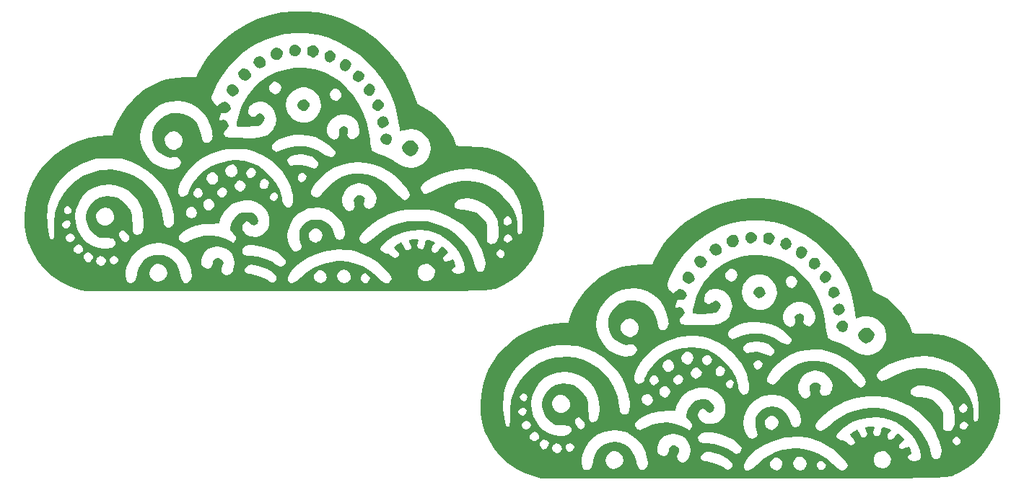
<source format=gtl>
G04 #@! TF.GenerationSoftware,KiCad,Pcbnew,8.0.5*
G04 #@! TF.CreationDate,2024-11-24T11:42:17+01:00*
G04 #@! TF.ProjectId,wolkje-panel,776f6c6b-6a65-42d7-9061-6e656c2e6b69,rev?*
G04 #@! TF.SameCoordinates,Original*
G04 #@! TF.FileFunction,Copper,L1,Top*
G04 #@! TF.FilePolarity,Positive*
%FSLAX46Y46*%
G04 Gerber Fmt 4.6, Leading zero omitted, Abs format (unit mm)*
G04 Created by KiCad (PCBNEW 8.0.5) date 2024-11-24 11:42:17*
%MOMM*%
%LPD*%
G01*
G04 APERTURE LIST*
G04 #@! TA.AperFunction,EtchedComponent*
%ADD10C,0.000000*%
G04 #@! TD*
G04 APERTURE END LIST*
D10*
G04 #@! TA.AperFunction,EtchedComponent*
G36*
X72473748Y-53588351D02*
G01*
X73905975Y-53741668D01*
X75320985Y-54045653D01*
X76707592Y-54499268D01*
X78054611Y-55101476D01*
X79350855Y-55851238D01*
X80585138Y-56747517D01*
X81442286Y-57495295D01*
X82397441Y-58499814D01*
X83269282Y-59628686D01*
X84039084Y-60850455D01*
X84688121Y-62133666D01*
X85197665Y-63446862D01*
X85408124Y-64157000D01*
X85459680Y-64319095D01*
X85535608Y-64442447D01*
X85668257Y-64554270D01*
X85889981Y-64681777D01*
X86233130Y-64852183D01*
X86236468Y-64853801D01*
X87103147Y-65356606D01*
X87909212Y-65986305D01*
X88630566Y-66716885D01*
X89243110Y-67522335D01*
X89722745Y-68376643D01*
X89905073Y-68813667D01*
X90010063Y-69086792D01*
X90097608Y-69293750D01*
X90144129Y-69382408D01*
X90241546Y-69403793D01*
X90480326Y-69425970D01*
X90832517Y-69447224D01*
X91270166Y-69465840D01*
X91718475Y-69479025D01*
X92304049Y-69495767D01*
X92759557Y-69517626D01*
X93124264Y-69548969D01*
X93437436Y-69594161D01*
X93738337Y-69657569D01*
X94045333Y-69737751D01*
X95213568Y-70141587D01*
X96277696Y-70677853D01*
X97242509Y-71349310D01*
X97941773Y-71981327D01*
X98738559Y-72898444D01*
X99381530Y-73885757D01*
X99869230Y-74939735D01*
X100200202Y-76056844D01*
X100372989Y-77233552D01*
X100400152Y-77943323D01*
X100384304Y-78649382D01*
X100329816Y-79256620D01*
X100226634Y-79833118D01*
X100064707Y-80446956D01*
X99998569Y-80663259D01*
X99568398Y-81766415D01*
X99000727Y-82788099D01*
X98307488Y-83714892D01*
X97500608Y-84533375D01*
X96592017Y-85230129D01*
X95593644Y-85791733D01*
X95337227Y-85906962D01*
X95212204Y-85962665D01*
X95102478Y-86014569D01*
X95002012Y-86062807D01*
X94904768Y-86107510D01*
X94804709Y-86148812D01*
X94695799Y-86186845D01*
X94572000Y-86221742D01*
X94427275Y-86253634D01*
X94255588Y-86282655D01*
X94050902Y-86308937D01*
X93807178Y-86332612D01*
X93518381Y-86353813D01*
X93178474Y-86372673D01*
X92781419Y-86389324D01*
X92321179Y-86403898D01*
X91791718Y-86416528D01*
X91186998Y-86427347D01*
X90500982Y-86436486D01*
X89727634Y-86444079D01*
X88860916Y-86450258D01*
X87894791Y-86455156D01*
X86823223Y-86458905D01*
X85640174Y-86461637D01*
X84339607Y-86463485D01*
X82915485Y-86464581D01*
X81361772Y-86465059D01*
X79672430Y-86465050D01*
X77841422Y-86464686D01*
X75862712Y-86464102D01*
X73730262Y-86463428D01*
X71438035Y-86462798D01*
X70025620Y-86462504D01*
X46589667Y-86458341D01*
X45824358Y-86260454D01*
X44698271Y-85883964D01*
X43649217Y-85361195D01*
X42687317Y-84701422D01*
X42665657Y-84681694D01*
X51304797Y-84681694D01*
X51359848Y-85065250D01*
X51484541Y-85345070D01*
X51646718Y-85481808D01*
X51874334Y-85506904D01*
X52140006Y-85443863D01*
X52355222Y-85317040D01*
X52391871Y-85276782D01*
X52467480Y-85112514D01*
X52547829Y-84835825D01*
X52617146Y-84502382D01*
X52625293Y-84452951D01*
X52644902Y-84381482D01*
X54116050Y-84381482D01*
X54193400Y-84740215D01*
X54387319Y-85052707D01*
X54695473Y-85279659D01*
X54717667Y-85289751D01*
X55043077Y-85352597D01*
X55408630Y-85303236D01*
X55742667Y-85156641D01*
X55880205Y-85046872D01*
X56105495Y-84715837D01*
X56185458Y-84348581D01*
X56126931Y-83983173D01*
X55936755Y-83657682D01*
X55621768Y-83410179D01*
X55582700Y-83390724D01*
X55224511Y-83268587D01*
X54910803Y-83282857D01*
X54606738Y-83420837D01*
X54320387Y-83682493D01*
X54157602Y-84015807D01*
X54116050Y-84381482D01*
X52644902Y-84381482D01*
X52806098Y-83793969D01*
X53114973Y-83230522D01*
X53536619Y-82776123D01*
X54055739Y-82444283D01*
X54657032Y-82248514D01*
X55177429Y-82198955D01*
X55798512Y-82277490D01*
X56365679Y-82504894D01*
X56861793Y-82864745D01*
X57269714Y-83340622D01*
X57572304Y-83916101D01*
X57752422Y-84574760D01*
X57768007Y-84681174D01*
X57868556Y-85084244D01*
X58038553Y-85362278D01*
X58260891Y-85504084D01*
X58518461Y-85498469D01*
X58782180Y-85344701D01*
X58980561Y-85064867D01*
X59056782Y-84670846D01*
X59011025Y-84161173D01*
X58957831Y-83921519D01*
X58714747Y-83187101D01*
X58680525Y-83123868D01*
X60187644Y-83123868D01*
X60218118Y-83312734D01*
X60315368Y-83479768D01*
X60387906Y-83569674D01*
X60649580Y-83777983D01*
X60929049Y-83839710D01*
X61190708Y-83768966D01*
X61398952Y-83579862D01*
X61518176Y-83286508D01*
X61533333Y-83115716D01*
X61599316Y-82848178D01*
X61770293Y-82671178D01*
X62005803Y-82588550D01*
X62265390Y-82604131D01*
X62508592Y-82721756D01*
X62694952Y-82945258D01*
X62721865Y-83003055D01*
X62773215Y-83183491D01*
X62741658Y-83348784D01*
X62634399Y-83545021D01*
X62513229Y-83863950D01*
X62532465Y-84154153D01*
X62663941Y-84390264D01*
X62879491Y-84546919D01*
X63150949Y-84598753D01*
X63450149Y-84520402D01*
X63606508Y-84420451D01*
X63874792Y-84109130D01*
X63933409Y-83947330D01*
X65273585Y-83947330D01*
X65299310Y-84092215D01*
X65367931Y-84207815D01*
X65519464Y-84362372D01*
X65753672Y-84450314D01*
X65913228Y-84477297D01*
X66533271Y-84602000D01*
X67158915Y-84802293D01*
X67716188Y-85052951D01*
X67883333Y-85149114D01*
X68225490Y-85341841D01*
X68475126Y-85428299D01*
X68666605Y-85414353D01*
X68829166Y-85310544D01*
X68971716Y-85083749D01*
X68961113Y-84871496D01*
X70350775Y-84871496D01*
X70357196Y-85167953D01*
X70478789Y-85380500D01*
X70643181Y-85511322D01*
X70828284Y-85543576D01*
X71053978Y-85469528D01*
X71340143Y-85281448D01*
X71706658Y-84971603D01*
X71836776Y-84852335D01*
X71839988Y-84849625D01*
X73389288Y-84849625D01*
X73514930Y-85148289D01*
X73634154Y-85287846D01*
X73930403Y-85488796D01*
X74240713Y-85526113D01*
X74544526Y-85398599D01*
X74612470Y-85344833D01*
X74795137Y-85100739D01*
X74879867Y-84851640D01*
X74870298Y-84731000D01*
X76096000Y-84731000D01*
X76168750Y-85056609D01*
X76360604Y-85312079D01*
X76631971Y-85480549D01*
X76943259Y-85545160D01*
X77254874Y-85489054D01*
X77496848Y-85327515D01*
X77652320Y-85080236D01*
X78912180Y-85080236D01*
X79063095Y-85316972D01*
X79113085Y-85359855D01*
X79347165Y-85504805D01*
X79538921Y-85507973D01*
X79742498Y-85366744D01*
X79782848Y-85327515D01*
X79948791Y-85111660D01*
X79967914Y-84915243D01*
X79838088Y-84699067D01*
X79743179Y-84597487D01*
X79536299Y-84415416D01*
X79379476Y-84365434D01*
X79220911Y-84444357D01*
X79097818Y-84557818D01*
X78923616Y-84819918D01*
X78912180Y-85080236D01*
X77652320Y-85080236D01*
X77672509Y-85048126D01*
X77712688Y-84734396D01*
X77634245Y-84425917D01*
X77454040Y-84162280D01*
X77188932Y-83983079D01*
X76900333Y-83926667D01*
X76617931Y-83976025D01*
X76370700Y-84147552D01*
X76343487Y-84174154D01*
X76157052Y-84422287D01*
X76096489Y-84697259D01*
X76096000Y-84731000D01*
X74870298Y-84731000D01*
X74854382Y-84530355D01*
X74686257Y-84265804D01*
X74400063Y-84088024D01*
X74216094Y-84040367D01*
X73992932Y-84026041D01*
X73824075Y-84090823D01*
X73644594Y-84248380D01*
X73432528Y-84547833D01*
X73389288Y-84849625D01*
X71839988Y-84849625D01*
X72577703Y-84227172D01*
X73312788Y-83745507D01*
X74082527Y-83387971D01*
X74927416Y-83135192D01*
X75733494Y-82988426D01*
X76139510Y-82938484D01*
X76464208Y-82921786D01*
X76780748Y-82939959D01*
X77162293Y-82994630D01*
X77331974Y-83023972D01*
X78311889Y-83262508D01*
X79198402Y-83621034D01*
X80020790Y-84114820D01*
X80808330Y-84759135D01*
X80988521Y-84931114D01*
X81351873Y-85263587D01*
X81640492Y-85465239D01*
X81878002Y-85543088D01*
X82088028Y-85504151D01*
X82294193Y-85355447D01*
X82322848Y-85327515D01*
X82468620Y-85156801D01*
X82515994Y-85001222D01*
X82463003Y-84812680D01*
X82307680Y-84543076D01*
X82289607Y-84514743D01*
X81979384Y-84120175D01*
X85554306Y-84120175D01*
X85565016Y-84473237D01*
X85703054Y-84814781D01*
X85960825Y-85097784D01*
X86270889Y-85243867D01*
X86645192Y-85276419D01*
X87019615Y-85192352D01*
X87105438Y-85152900D01*
X87381503Y-84919815D01*
X87557085Y-84578001D01*
X87610667Y-84217244D01*
X87581620Y-83992747D01*
X87473177Y-83790942D01*
X87281961Y-83578039D01*
X87063569Y-83380014D01*
X86878598Y-83281863D01*
X86655479Y-83250601D01*
X86568790Y-83249333D01*
X86178165Y-83320175D01*
X85871678Y-83510816D01*
X85660125Y-83788425D01*
X85554306Y-84120175D01*
X81979384Y-84120175D01*
X81898819Y-84017705D01*
X81372525Y-83516304D01*
X80742621Y-83031673D01*
X80041004Y-82584946D01*
X79299571Y-82197255D01*
X78550218Y-81889736D01*
X78128000Y-81757387D01*
X77632717Y-81662557D01*
X77026714Y-81609482D01*
X76363243Y-81597637D01*
X75695554Y-81626501D01*
X75076900Y-81695552D01*
X74604823Y-81791954D01*
X73540694Y-82135878D01*
X72619604Y-82557553D01*
X71831506Y-83062354D01*
X71214409Y-83605699D01*
X70777284Y-84095429D01*
X70490105Y-84515675D01*
X70350775Y-84871496D01*
X68961113Y-84871496D01*
X68958335Y-84815881D01*
X68792019Y-84524314D01*
X68670917Y-84392756D01*
X68318706Y-84112499D01*
X67883334Y-83859466D01*
X67401260Y-83645624D01*
X66908939Y-83482940D01*
X66442828Y-83383381D01*
X66039386Y-83358916D01*
X65735069Y-83421512D01*
X65725625Y-83425923D01*
X65504966Y-83583396D01*
X65351445Y-83768744D01*
X65273585Y-83947330D01*
X63933409Y-83947330D01*
X64029179Y-83682978D01*
X64073333Y-83194117D01*
X63997905Y-82641921D01*
X63787483Y-82161790D01*
X63465863Y-81766968D01*
X63294911Y-81643142D01*
X64972021Y-81643142D01*
X65002709Y-81931852D01*
X65120948Y-82125346D01*
X65318195Y-82245716D01*
X65625396Y-82305456D01*
X65959224Y-82318000D01*
X66803222Y-82399468D01*
X67652909Y-82637737D01*
X68480549Y-83023607D01*
X68926417Y-83302357D01*
X69254634Y-83499957D01*
X69506294Y-83574648D01*
X69717201Y-83530209D01*
X69888710Y-83403908D01*
X70051758Y-83185251D01*
X70070800Y-82955765D01*
X69941887Y-82696427D01*
X69682107Y-82408268D01*
X69070197Y-81930033D01*
X68338569Y-81545002D01*
X67515792Y-81264624D01*
X66630439Y-81100350D01*
X66355967Y-81075354D01*
X65963479Y-81056183D01*
X65690336Y-81066538D01*
X65488418Y-81110868D01*
X65357496Y-81167676D01*
X65094660Y-81376616D01*
X64972021Y-81643142D01*
X63294911Y-81643142D01*
X63056839Y-81470699D01*
X62584206Y-81286226D01*
X62071760Y-81226791D01*
X61543294Y-81305640D01*
X61057096Y-81515385D01*
X60634803Y-81854032D01*
X60349737Y-82289958D01*
X60209059Y-82812007D01*
X60205877Y-82840817D01*
X60187644Y-83123868D01*
X58680525Y-83123868D01*
X58377575Y-82564102D01*
X57922948Y-82010085D01*
X57883366Y-81970032D01*
X57265992Y-81460492D01*
X56597911Y-81099920D01*
X55898007Y-80883212D01*
X55185161Y-80805262D01*
X54478254Y-80860965D01*
X53796170Y-81045217D01*
X53157791Y-81352911D01*
X52581998Y-81778943D01*
X52087674Y-82318208D01*
X51693701Y-82965599D01*
X51418960Y-83716013D01*
X51418453Y-83717960D01*
X51323097Y-84223049D01*
X51304797Y-84681694D01*
X42665657Y-84681694D01*
X41822693Y-83913921D01*
X41065468Y-83007967D01*
X40808375Y-82599990D01*
X46396930Y-82599990D01*
X46527878Y-82868936D01*
X46550631Y-82894702D01*
X46782105Y-83054081D01*
X47023479Y-83044737D01*
X47237563Y-82895400D01*
X47817333Y-82895400D01*
X47889488Y-83138816D01*
X48069115Y-83354766D01*
X48300955Y-83486568D01*
X48410000Y-83503333D01*
X48677310Y-83421963D01*
X48827188Y-83280248D01*
X48977884Y-83013692D01*
X48973306Y-82833074D01*
X49426000Y-82833074D01*
X49489184Y-83102421D01*
X49651671Y-83266116D01*
X49872867Y-83313908D01*
X50112177Y-83235551D01*
X50304888Y-83054953D01*
X50417218Y-82880662D01*
X50427218Y-82748508D01*
X50352924Y-82589286D01*
X50167289Y-82395493D01*
X49934795Y-82330068D01*
X49702669Y-82380590D01*
X49518140Y-82534638D01*
X49428433Y-82779792D01*
X49426000Y-82833074D01*
X48973306Y-82833074D01*
X48971864Y-82776188D01*
X48854500Y-82584990D01*
X48604251Y-82389407D01*
X48336129Y-82352435D01*
X48078204Y-82476374D01*
X48033261Y-82517709D01*
X47887391Y-82706335D01*
X47818212Y-82879916D01*
X47817333Y-82895400D01*
X47237563Y-82895400D01*
X47270848Y-82872182D01*
X47450714Y-82604658D01*
X47470708Y-82341781D01*
X47334017Y-82110500D01*
X47166733Y-81992008D01*
X46917788Y-81903342D01*
X46712687Y-81951379D01*
X46563298Y-82067298D01*
X46409017Y-82314477D01*
X46396930Y-82599990D01*
X40808375Y-82599990D01*
X40425765Y-81992833D01*
X40282149Y-81680103D01*
X45212777Y-81680103D01*
X45316710Y-81889948D01*
X45340833Y-81912830D01*
X45609957Y-82077827D01*
X45867618Y-82078723D01*
X46139961Y-81915458D01*
X46145167Y-81911008D01*
X46276844Y-81701997D01*
X46286421Y-81451376D01*
X46193325Y-81210504D01*
X46016985Y-81030741D01*
X45786677Y-80963333D01*
X45538334Y-81031332D01*
X45345377Y-81204394D01*
X45229595Y-81436118D01*
X45212777Y-81680103D01*
X40282149Y-81680103D01*
X39913705Y-80877797D01*
X39894371Y-80826869D01*
X39621704Y-79892316D01*
X39465152Y-78869964D01*
X39424401Y-77794964D01*
X39432991Y-77669383D01*
X42100717Y-77669383D01*
X42108888Y-78270367D01*
X42145176Y-78857542D01*
X42207950Y-79395535D01*
X42295577Y-79848970D01*
X42406428Y-80182473D01*
X42451644Y-80266265D01*
X42568412Y-80397190D01*
X42696922Y-80390522D01*
X42735549Y-80371621D01*
X42798555Y-80325070D01*
X42842668Y-80246043D01*
X42851847Y-80201333D01*
X44261333Y-80201333D01*
X44332205Y-80451998D01*
X44512999Y-80623507D01*
X44755984Y-80698502D01*
X45013431Y-80659628D01*
X45192667Y-80540000D01*
X45319517Y-80355686D01*
X45362000Y-80201333D01*
X45286455Y-79978293D01*
X45096008Y-79795033D01*
X44844939Y-79698460D01*
X44774134Y-79693333D01*
X44526884Y-79768014D01*
X44337404Y-79955310D01*
X44261335Y-80200101D01*
X44261333Y-80201333D01*
X42851847Y-80201333D01*
X42871125Y-80107426D01*
X42887161Y-79882103D01*
X42894013Y-79542956D01*
X42894917Y-79062872D01*
X42894868Y-79036689D01*
X42906164Y-78705464D01*
X43884208Y-78705464D01*
X43960170Y-78893511D01*
X44157755Y-79064484D01*
X44410200Y-79085047D01*
X44665828Y-78968866D01*
X44808568Y-78785032D01*
X44853484Y-78547540D01*
X44793711Y-78329490D01*
X44732531Y-78258590D01*
X44567446Y-78195862D01*
X44337298Y-78184141D01*
X44330953Y-78184723D01*
X44068820Y-78276715D01*
X43912363Y-78464714D01*
X43884208Y-78705464D01*
X42906164Y-78705464D01*
X42926548Y-78107760D01*
X42979884Y-77700476D01*
X45380589Y-77700476D01*
X45435636Y-78459681D01*
X45653697Y-79203209D01*
X46031755Y-79918362D01*
X46282789Y-80265046D01*
X46797310Y-80790519D01*
X47387103Y-81165078D01*
X48055890Y-81390492D01*
X48807389Y-81468529D01*
X48814886Y-81468569D01*
X49196215Y-81451521D01*
X49534262Y-81403118D01*
X49725591Y-81348428D01*
X49988733Y-81172097D01*
X50127577Y-80935184D01*
X50123556Y-80675831D01*
X50090985Y-80597956D01*
X49977967Y-80432973D01*
X49823096Y-80327647D01*
X49589450Y-80269460D01*
X49240106Y-80245890D01*
X49045000Y-80243279D01*
X48643702Y-80229443D01*
X48349722Y-80184380D01*
X48102208Y-80096673D01*
X48004339Y-80048024D01*
X47734417Y-79858037D01*
X50534513Y-79858037D01*
X50605145Y-80140050D01*
X50763357Y-80399796D01*
X50995991Y-80592540D01*
X51067527Y-80626354D01*
X51244966Y-80690122D01*
X51360541Y-80680585D01*
X51509520Y-80587551D01*
X51523828Y-80577532D01*
X51676807Y-80381909D01*
X51699953Y-80129837D01*
X51680725Y-80074375D01*
X57558677Y-80074375D01*
X57562062Y-80332728D01*
X57720368Y-80569960D01*
X57777085Y-80618521D01*
X57967621Y-80742308D01*
X58149947Y-80781007D01*
X58370476Y-80731454D01*
X58675623Y-80590481D01*
X58748581Y-80552262D01*
X59617887Y-80175206D01*
X60488007Y-79960568D01*
X61348261Y-79908177D01*
X62187972Y-80017862D01*
X62996458Y-80289454D01*
X63623913Y-80629816D01*
X63894160Y-80803840D01*
X64068413Y-80629587D01*
X64218172Y-80397507D01*
X64216035Y-80141504D01*
X64059571Y-79847246D01*
X63904000Y-79660806D01*
X63700491Y-79423597D01*
X63597831Y-79231661D01*
X63581050Y-79021838D01*
X63635176Y-78730965D01*
X63659874Y-78630861D01*
X63805583Y-78288137D01*
X64054261Y-77923544D01*
X64359364Y-77594703D01*
X64674348Y-77359239D01*
X64696861Y-77347060D01*
X64993623Y-77248994D01*
X65369197Y-77202690D01*
X65760461Y-77208094D01*
X66104294Y-77265154D01*
X66303521Y-77348433D01*
X66583567Y-77597520D01*
X66769966Y-77895818D01*
X66849272Y-78203389D01*
X66808043Y-78480291D01*
X66727211Y-78607166D01*
X66552749Y-78718851D01*
X66339883Y-78758171D01*
X66156013Y-78721732D01*
X66076609Y-78639933D01*
X65975630Y-78508099D01*
X65810082Y-78373923D01*
X65551987Y-78287797D01*
X65307326Y-78363711D01*
X65094204Y-78594437D01*
X65046217Y-78678847D01*
X64970071Y-78992638D01*
X65037064Y-79314564D01*
X65225344Y-79614660D01*
X65513057Y-79862961D01*
X65878351Y-80029503D01*
X66060417Y-80069520D01*
X66634382Y-80082006D01*
X67124257Y-79953081D01*
X70288658Y-79953081D01*
X70351500Y-80528739D01*
X70517656Y-81064634D01*
X70775713Y-81512497D01*
X70869325Y-81622452D01*
X71117337Y-81777207D01*
X71401998Y-81791875D01*
X71672330Y-81671263D01*
X71807975Y-81533911D01*
X71835654Y-81493968D01*
X81213608Y-81493968D01*
X81219404Y-81606240D01*
X81325870Y-81727472D01*
X81441147Y-81826432D01*
X81716693Y-82002660D01*
X81936560Y-82030898D01*
X82132267Y-82052729D01*
X82362500Y-82195059D01*
X82465970Y-82283636D01*
X82733070Y-82490667D01*
X82943338Y-82561649D01*
X83131015Y-82503291D01*
X83222500Y-82431878D01*
X83353128Y-82248579D01*
X83345712Y-82041741D01*
X83195974Y-81787779D01*
X83081000Y-81651815D01*
X82913610Y-81457466D01*
X82806168Y-81315302D01*
X82784667Y-81272284D01*
X82852195Y-81206405D01*
X83027544Y-81087578D01*
X83225814Y-80968809D01*
X83666962Y-80716859D01*
X83881981Y-81157596D01*
X84071267Y-81467491D01*
X84268728Y-81618500D01*
X84493526Y-81620712D01*
X84642966Y-81558337D01*
X84784213Y-81415891D01*
X84800345Y-81195069D01*
X84692147Y-80878012D01*
X84674492Y-80840269D01*
X84596727Y-80637397D01*
X84579843Y-80503068D01*
X84587964Y-80486480D01*
X84707998Y-80442307D01*
X84933570Y-80405524D01*
X85200893Y-80381727D01*
X85446183Y-80376511D01*
X85605654Y-80395472D01*
X85609490Y-80396868D01*
X85679870Y-80448738D01*
X85683125Y-80556803D01*
X85619885Y-80769648D01*
X85614538Y-80785220D01*
X85541226Y-81102169D01*
X85585734Y-81317007D01*
X85755351Y-81455908D01*
X85807424Y-81477831D01*
X86043719Y-81525012D01*
X86220705Y-81451015D01*
X86352249Y-81241141D01*
X86452216Y-80880696D01*
X86472575Y-80772833D01*
X86529744Y-80559215D01*
X86622860Y-80469230D01*
X86729376Y-80455333D01*
X86902578Y-80481329D01*
X87133384Y-80545974D01*
X87365704Y-80629252D01*
X87543446Y-80711150D01*
X87610667Y-80769804D01*
X87561330Y-80855370D01*
X87438832Y-81015350D01*
X87399000Y-81063440D01*
X87238048Y-81332695D01*
X87190579Y-81595588D01*
X87258642Y-81808518D01*
X87359865Y-81896378D01*
X87584683Y-81952927D01*
X87801354Y-81864354D01*
X88029459Y-81621310D01*
X88078155Y-81553371D01*
X88231951Y-81356451D01*
X88359793Y-81235518D01*
X88401778Y-81217333D01*
X88515451Y-81274650D01*
X88690039Y-81417019D01*
X88880305Y-81600066D01*
X89041012Y-81779420D01*
X89126922Y-81910707D01*
X89131405Y-81933016D01*
X89063740Y-82031680D01*
X88900590Y-82163179D01*
X88856238Y-82192144D01*
X88645501Y-82389031D01*
X88555576Y-82615092D01*
X88597627Y-82826424D01*
X88672740Y-82913771D01*
X88781171Y-82974757D01*
X88923314Y-82973817D01*
X89153030Y-82907811D01*
X89228911Y-82881322D01*
X89478472Y-82805656D01*
X89663683Y-82773087D01*
X89720965Y-82779731D01*
X89790738Y-82881720D01*
X89882191Y-83087568D01*
X89927157Y-83210684D01*
X90001682Y-83443260D01*
X90013240Y-83566411D01*
X89954669Y-83630584D01*
X89861963Y-83669766D01*
X89651250Y-83812243D01*
X89584111Y-83996078D01*
X89656527Y-84179623D01*
X89864480Y-84321228D01*
X89926860Y-84342282D01*
X90367084Y-84420754D01*
X90725442Y-84383225D01*
X90893828Y-84302866D01*
X91016478Y-84177084D01*
X91070765Y-83989350D01*
X91079236Y-83773699D01*
X90997405Y-83177743D01*
X90772869Y-82556101D01*
X90425057Y-81931938D01*
X89973397Y-81328420D01*
X89437317Y-80768713D01*
X88836246Y-80275983D01*
X88189613Y-79873394D01*
X87585090Y-79607404D01*
X86729464Y-79389061D01*
X85819435Y-79305061D01*
X84893611Y-79352015D01*
X83990598Y-79526535D01*
X83149004Y-79825230D01*
X82741260Y-80032614D01*
X82361568Y-80279221D01*
X81983229Y-80575193D01*
X81646527Y-80884580D01*
X81391749Y-81171430D01*
X81289461Y-81328180D01*
X81213608Y-81493968D01*
X71835654Y-81493968D01*
X71901667Y-81398706D01*
X71938638Y-81284868D01*
X71919539Y-81136712D01*
X71845022Y-80898555D01*
X71816386Y-80814244D01*
X71697463Y-80318422D01*
X71679933Y-80015187D01*
X72782673Y-80015187D01*
X72886378Y-80346525D01*
X73041487Y-80546513D01*
X73333668Y-80753302D01*
X73629939Y-80791423D01*
X73933150Y-80660769D01*
X74114800Y-80506133D01*
X74337498Y-80209318D01*
X74398254Y-79909593D01*
X74302261Y-79576846D01*
X74282016Y-79536279D01*
X74060166Y-79265809D01*
X73768932Y-79130054D01*
X73448673Y-79134771D01*
X73139750Y-79285717D01*
X73054513Y-79361179D01*
X72838823Y-79677152D01*
X72782673Y-80015187D01*
X71679933Y-80015187D01*
X71669270Y-79830727D01*
X71732129Y-79403718D01*
X71806544Y-79211999D01*
X72148468Y-78697832D01*
X72566524Y-78334274D01*
X73065041Y-78118577D01*
X73640667Y-78047993D01*
X74246603Y-78124169D01*
X74776641Y-78347778D01*
X75218518Y-78709330D01*
X75559975Y-79199338D01*
X75754492Y-79683793D01*
X75881067Y-80042481D01*
X76008409Y-80283900D01*
X76093643Y-80369405D01*
X76402884Y-80454743D01*
X76578436Y-80407584D01*
X78740778Y-80407584D01*
X78822528Y-80551501D01*
X78861192Y-80604195D01*
X79089790Y-80800865D01*
X79282416Y-80861513D01*
X79386428Y-80865982D01*
X79489572Y-80847544D01*
X79613208Y-80792314D01*
X79778696Y-80686412D01*
X80007397Y-80515955D01*
X80320672Y-80267061D01*
X80739880Y-79925847D01*
X80808487Y-79869716D01*
X81551709Y-79346139D01*
X82403442Y-78891296D01*
X83307831Y-78533202D01*
X83716000Y-78411384D01*
X84378175Y-78284752D01*
X85134424Y-78222083D01*
X85922031Y-78223382D01*
X86678276Y-78288658D01*
X87314333Y-78410935D01*
X88308591Y-78751484D01*
X89227239Y-79222224D01*
X90055876Y-79809325D01*
X90780102Y-80498957D01*
X91385515Y-81277292D01*
X91857714Y-82130498D01*
X92182298Y-83044747D01*
X92196249Y-83099184D01*
X92308037Y-83524144D01*
X92400803Y-83813518D01*
X92489198Y-83997672D01*
X92587871Y-84106974D01*
X92711472Y-84171788D01*
X92714210Y-84172806D01*
X92997400Y-84205695D01*
X93249278Y-84076718D01*
X93370042Y-83947173D01*
X93498262Y-83655737D01*
X93526559Y-83255354D01*
X93462074Y-82768264D01*
X93311951Y-82216711D01*
X93301904Y-82190617D01*
X94830279Y-82190617D01*
X94971456Y-82397424D01*
X94976667Y-82402667D01*
X95217660Y-82552459D01*
X95464552Y-82538074D01*
X95586935Y-82466167D01*
X95759963Y-82246424D01*
X95769279Y-82003585D01*
X95620773Y-81769076D01*
X95424727Y-81603169D01*
X95269098Y-81575457D01*
X95097147Y-81685447D01*
X95015151Y-81763818D01*
X94844195Y-81990192D01*
X94830279Y-82190617D01*
X93301904Y-82190617D01*
X93083333Y-81622934D01*
X92783362Y-81009176D01*
X92419180Y-80397679D01*
X92072523Y-79906819D01*
X91472803Y-79239286D01*
X90734485Y-78613333D01*
X89886786Y-78047895D01*
X88958922Y-77561910D01*
X87980109Y-77174315D01*
X87737667Y-77097068D01*
X87439846Y-77010631D01*
X87180459Y-76948739D01*
X86920782Y-76907295D01*
X86622090Y-76882203D01*
X86245660Y-76869367D01*
X85752768Y-76864690D01*
X85536333Y-76864211D01*
X84831780Y-76873066D01*
X84247845Y-76907071D01*
X83736649Y-76974555D01*
X83250314Y-77083853D01*
X82740961Y-77243295D01*
X82204133Y-77444080D01*
X81580286Y-77728925D01*
X80954063Y-78086162D01*
X80354003Y-78493561D01*
X79808648Y-78928888D01*
X79346538Y-79369912D01*
X78996212Y-79794401D01*
X78832388Y-80070616D01*
X78745511Y-80274093D01*
X78740778Y-80407584D01*
X76578436Y-80407584D01*
X76685496Y-80378824D01*
X76860861Y-80222500D01*
X76969241Y-80053199D01*
X77014372Y-79865621D01*
X77009599Y-79593323D01*
X77003084Y-79514397D01*
X76943507Y-79154576D01*
X76840892Y-78786457D01*
X76784729Y-78641043D01*
X76573143Y-78287680D01*
X76251724Y-77900061D01*
X75862382Y-77519090D01*
X75447022Y-77185669D01*
X75047553Y-76940702D01*
X75037667Y-76935837D01*
X74781945Y-76819030D01*
X74559537Y-76745769D01*
X74316270Y-76706138D01*
X73997972Y-76690221D01*
X73683000Y-76687879D01*
X73275715Y-76692717D01*
X72981193Y-76714130D01*
X72742964Y-76762831D01*
X72504558Y-76849535D01*
X72270793Y-76955809D01*
X71598618Y-77357802D01*
X71060064Y-77863474D01*
X70656400Y-78471227D01*
X70388893Y-79179465D01*
X70340542Y-79385931D01*
X70288658Y-79953081D01*
X67124257Y-79953081D01*
X67149563Y-79946421D01*
X67586807Y-79671764D01*
X67926959Y-79267035D01*
X67984822Y-79165301D01*
X68129596Y-78743787D01*
X68181266Y-78248519D01*
X68139898Y-77747143D01*
X68005558Y-77307303D01*
X67982957Y-77261415D01*
X67613740Y-76723586D01*
X67135901Y-76301719D01*
X66571554Y-76004157D01*
X65942809Y-75839241D01*
X65271781Y-75815311D01*
X64580580Y-75940710D01*
X64525682Y-75957254D01*
X63849429Y-76250751D01*
X63276763Y-76673459D01*
X62820133Y-77212866D01*
X62491989Y-77856461D01*
X62418314Y-78075126D01*
X62275967Y-78550333D01*
X61290817Y-78559644D01*
X60785174Y-78572655D01*
X60382676Y-78606712D01*
X60017563Y-78670772D01*
X59624080Y-78773792D01*
X59543667Y-78797613D01*
X58910404Y-79019366D01*
X58386076Y-79267398D01*
X57979881Y-79532230D01*
X57701016Y-79804383D01*
X57558677Y-80074375D01*
X51680725Y-80074375D01*
X51605413Y-79857147D01*
X51405336Y-79599669D01*
X51124481Y-79399662D01*
X50939229Y-79324866D01*
X50800554Y-79348831D01*
X50708623Y-79406154D01*
X50564620Y-79598493D01*
X50534513Y-79858037D01*
X47734417Y-79858037D01*
X47477025Y-79676869D01*
X47064064Y-79194085D01*
X46780927Y-78625504D01*
X46643082Y-77996958D01*
X46633144Y-77781183D01*
X47817333Y-77781183D01*
X47891921Y-78096839D01*
X48088356Y-78389785D01*
X48365643Y-78626437D01*
X48682789Y-78773211D01*
X48998800Y-78796524D01*
X49045000Y-78786938D01*
X49237469Y-78715243D01*
X49465077Y-78602051D01*
X49468143Y-78600316D01*
X49750525Y-78354958D01*
X49907411Y-78036051D01*
X49941442Y-77680745D01*
X49855261Y-77326192D01*
X49651509Y-77009543D01*
X49338062Y-76770642D01*
X48963730Y-76660804D01*
X48597341Y-76698392D01*
X48269557Y-76863030D01*
X48011043Y-77134342D01*
X47852461Y-77491952D01*
X47817333Y-77781183D01*
X46633144Y-77781183D01*
X46632000Y-77756347D01*
X46713608Y-77171511D01*
X46947175Y-76623287D01*
X47315814Y-76135429D01*
X47802641Y-75731692D01*
X48237924Y-75497183D01*
X48682470Y-75371986D01*
X49209951Y-75326503D01*
X49754511Y-75359613D01*
X50250293Y-75470191D01*
X50416752Y-75534317D01*
X50817304Y-75776535D01*
X51224481Y-76129277D01*
X51589599Y-76543020D01*
X51863979Y-76968241D01*
X51900832Y-77044049D01*
X51986023Y-77258971D01*
X52042747Y-77489427D01*
X52077196Y-77778715D01*
X52095562Y-78170133D01*
X52101044Y-78444213D01*
X52120672Y-78984714D01*
X52166212Y-79376622D01*
X52244704Y-79639621D01*
X52363193Y-79793396D01*
X52528720Y-79857632D01*
X52608518Y-79862667D01*
X52907793Y-79813489D01*
X53131216Y-79657255D01*
X53285336Y-79380916D01*
X53376704Y-78971422D01*
X53411870Y-78415722D01*
X53412680Y-78260546D01*
X53360382Y-77469774D01*
X53201756Y-76777991D01*
X52925118Y-76143773D01*
X52721142Y-75808536D01*
X52198401Y-75168173D01*
X51578918Y-74653003D01*
X50883321Y-74271666D01*
X50132236Y-74032802D01*
X49346293Y-73945055D01*
X48546119Y-74017063D01*
X48477667Y-74030921D01*
X47686470Y-74276934D01*
X46999088Y-74655481D01*
X46420949Y-75161277D01*
X45957477Y-75789041D01*
X45614099Y-76533488D01*
X45491578Y-76938288D01*
X45380589Y-77700476D01*
X42979884Y-77700476D01*
X43032714Y-77297061D01*
X43153237Y-76836786D01*
X44057844Y-76836786D01*
X44064848Y-77067598D01*
X44124275Y-77192198D01*
X44324744Y-77370979D01*
X44581311Y-77392643D01*
X44774899Y-77319688D01*
X44905001Y-77166050D01*
X44933285Y-76942355D01*
X44859948Y-76713696D01*
X44772745Y-76606087D01*
X44554023Y-76495308D01*
X44338152Y-76518356D01*
X44160852Y-76642944D01*
X44057844Y-76836786D01*
X43153237Y-76836786D01*
X43224161Y-76565926D01*
X43511682Y-75875686D01*
X43906073Y-75187674D01*
X44015620Y-75021852D01*
X44667664Y-74201641D01*
X45423415Y-73514227D01*
X46277572Y-72962824D01*
X47224833Y-72550651D01*
X48259895Y-72280922D01*
X48630054Y-72222345D01*
X49579171Y-72178395D01*
X50527635Y-72291110D01*
X51454223Y-72549076D01*
X52337712Y-72940880D01*
X53156877Y-73455107D01*
X53890496Y-74080345D01*
X54517345Y-74805178D01*
X55016200Y-75618193D01*
X55042191Y-75670744D01*
X55310233Y-76279670D01*
X55499584Y-76866524D01*
X55631672Y-77505580D01*
X55688061Y-77909378D01*
X55748787Y-78312712D01*
X55821540Y-78586283D01*
X55918239Y-78769661D01*
X55963367Y-78823529D01*
X56209636Y-78980509D01*
X56480091Y-78985647D01*
X56732132Y-78842712D01*
X56815868Y-78748144D01*
X56930354Y-78470845D01*
X56972186Y-78053454D01*
X56941519Y-77508759D01*
X56892604Y-77195730D01*
X58366800Y-77195730D01*
X58409425Y-77471331D01*
X58563858Y-77682249D01*
X58600121Y-77714639D01*
X58828343Y-77872706D01*
X59035857Y-77901624D01*
X59291975Y-77808729D01*
X59325944Y-77791465D01*
X59568957Y-77585441D01*
X59673287Y-77315869D01*
X59633447Y-77023764D01*
X59462848Y-76768485D01*
X59193820Y-76595718D01*
X58909524Y-76562833D01*
X58650297Y-76654104D01*
X58456476Y-76853807D01*
X58368399Y-77146220D01*
X58366800Y-77195730D01*
X56892604Y-77195730D01*
X56838508Y-76849550D01*
X56790021Y-76615267D01*
X56726573Y-76405530D01*
X60418820Y-76405530D01*
X60523646Y-76673991D01*
X60603819Y-76774269D01*
X60867973Y-76950348D01*
X61157782Y-76968177D01*
X61438447Y-76827682D01*
X61494848Y-76776182D01*
X61667975Y-76503387D01*
X61702667Y-76306667D01*
X61623519Y-76009507D01*
X61494848Y-75837151D01*
X61240904Y-75672780D01*
X60982570Y-75648051D01*
X60745522Y-75735963D01*
X60555432Y-75909514D01*
X60437974Y-76141704D01*
X60418820Y-76405530D01*
X56726573Y-76405530D01*
X56485428Y-75608384D01*
X56029770Y-74661798D01*
X55969301Y-74572984D01*
X57479985Y-74572984D01*
X57505720Y-74925112D01*
X57623904Y-75190028D01*
X57830563Y-75344747D01*
X58011547Y-75375333D01*
X58201612Y-75327216D01*
X58412113Y-75210313D01*
X58583108Y-75065797D01*
X58654656Y-74934844D01*
X58654667Y-74933572D01*
X58674647Y-74851742D01*
X59272374Y-74851742D01*
X59282680Y-75093415D01*
X59454983Y-75336680D01*
X59455151Y-75336848D01*
X59615640Y-75487461D01*
X59732936Y-75531756D01*
X59883861Y-75481499D01*
X60003278Y-75420798D01*
X60246400Y-75220895D01*
X60325569Y-75025805D01*
X62062234Y-75025805D01*
X62193146Y-75272394D01*
X62210667Y-75290667D01*
X62462000Y-75438069D01*
X62723939Y-75426582D01*
X68222000Y-75426582D01*
X68286732Y-75687783D01*
X68452525Y-75843284D01*
X68676771Y-75877013D01*
X68916862Y-75772901D01*
X68984000Y-75714000D01*
X69122840Y-75487413D01*
X69144982Y-75242775D01*
X69063440Y-75028180D01*
X68891234Y-74891723D01*
X68754854Y-74867333D01*
X68473821Y-74940319D01*
X68287090Y-75140092D01*
X68222000Y-75426582D01*
X62723939Y-75426582D01*
X62746332Y-75425600D01*
X63003582Y-75284521D01*
X63182761Y-75057762D01*
X63231520Y-74798955D01*
X63163716Y-74552699D01*
X62993204Y-74363594D01*
X62733842Y-74276239D01*
X62689834Y-74274667D01*
X62400072Y-74342724D01*
X62185610Y-74518748D01*
X62066359Y-74760516D01*
X62062234Y-75025805D01*
X60325569Y-75025805D01*
X60348810Y-74968534D01*
X60302912Y-74702346D01*
X60178667Y-74528667D01*
X59931671Y-74379826D01*
X59673827Y-74391554D01*
X59439992Y-74561372D01*
X59422812Y-74582418D01*
X59272374Y-74851742D01*
X58674647Y-74851742D01*
X58704491Y-74729513D01*
X58839214Y-74431282D01*
X58997911Y-74145741D01*
X64109924Y-74145741D01*
X64179666Y-74394994D01*
X64386089Y-74611125D01*
X64645539Y-74756733D01*
X64882866Y-74748104D01*
X65131884Y-74582004D01*
X65180513Y-74535179D01*
X65373718Y-74283542D01*
X65409914Y-74048408D01*
X65340505Y-73900222D01*
X67037927Y-73900222D01*
X67053580Y-74163280D01*
X67138267Y-74342400D01*
X67334910Y-74434195D01*
X67595515Y-74433897D01*
X67847025Y-74348905D01*
X67964702Y-74258702D01*
X68097085Y-74025966D01*
X68134722Y-73758454D01*
X68072537Y-73546508D01*
X67917675Y-73411192D01*
X67691607Y-73299129D01*
X67507899Y-73258667D01*
X67353218Y-73314900D01*
X67206000Y-73428000D01*
X67090538Y-73630774D01*
X67037927Y-73900222D01*
X65340505Y-73900222D01*
X65290325Y-73793090D01*
X65208807Y-73688496D01*
X64953342Y-73482621D01*
X64687363Y-73438849D01*
X64433939Y-73553315D01*
X64216140Y-73822152D01*
X64196847Y-73858075D01*
X64109924Y-74145741D01*
X58997911Y-74145741D01*
X59036710Y-74075930D01*
X59274855Y-73700511D01*
X59531524Y-73342077D01*
X59658176Y-73189736D01*
X60788156Y-73189736D01*
X60802688Y-73338649D01*
X60918466Y-73634824D01*
X61130074Y-73839699D01*
X61395575Y-73938128D01*
X61673031Y-73914966D01*
X61920506Y-73755069D01*
X61929292Y-73745500D01*
X62116856Y-73480560D01*
X62162811Y-73230516D01*
X62089993Y-72964416D01*
X61896938Y-72669388D01*
X61643697Y-72516791D01*
X61362481Y-72512357D01*
X61085498Y-72661822D01*
X60982123Y-72767149D01*
X60830976Y-72985719D01*
X60788156Y-73189736D01*
X59658176Y-73189736D01*
X59784592Y-73037678D01*
X59790746Y-73031011D01*
X60496992Y-72371205D01*
X62999205Y-72371205D01*
X63077082Y-72657863D01*
X63252287Y-72887003D01*
X63493280Y-73035891D01*
X63768518Y-73081793D01*
X64046461Y-73001975D01*
X64204182Y-72881515D01*
X64375634Y-72606188D01*
X64377910Y-72588106D01*
X65446685Y-72588106D01*
X65462013Y-72692779D01*
X65585073Y-72983795D01*
X65795201Y-73142684D01*
X66062234Y-73159511D01*
X66356009Y-73024341D01*
X66390248Y-72998521D01*
X66570375Y-72763308D01*
X66607701Y-72486626D01*
X66498867Y-72220998D01*
X66444000Y-72158000D01*
X66194157Y-72011411D01*
X65917513Y-72021424D01*
X65646804Y-72186118D01*
X65626357Y-72205946D01*
X65477746Y-72395566D01*
X65446685Y-72588106D01*
X64377910Y-72588106D01*
X64414912Y-72294167D01*
X64334137Y-71991654D01*
X64145428Y-71744850D01*
X63868442Y-71601802D01*
X63608913Y-71611967D01*
X63336529Y-71732965D01*
X63119948Y-71927204D01*
X63050199Y-72049764D01*
X62999205Y-72371205D01*
X60496992Y-72371205D01*
X60509192Y-72359807D01*
X61290051Y-71837731D01*
X62152576Y-71454445D01*
X63116021Y-71199611D01*
X63244937Y-71176199D01*
X64220243Y-71080554D01*
X65138529Y-71143496D01*
X66007295Y-71367051D01*
X66834044Y-71753249D01*
X67626278Y-72304117D01*
X67726883Y-72387726D01*
X68432420Y-73078086D01*
X68982522Y-73827298D01*
X69384973Y-74649108D01*
X69647554Y-75557264D01*
X69705617Y-75883333D01*
X69818796Y-76255894D01*
X70012366Y-76511650D01*
X70262871Y-76636253D01*
X70546852Y-76615354D01*
X70739781Y-76515900D01*
X70891061Y-76344807D01*
X70968262Y-76082648D01*
X70970563Y-75925490D01*
X76702533Y-75925490D01*
X76819707Y-76371730D01*
X77030158Y-76744409D01*
X77282482Y-76982084D01*
X77556514Y-77076659D01*
X77832085Y-77020039D01*
X78039271Y-76861323D01*
X78175174Y-76664225D01*
X78184551Y-76459795D01*
X78174989Y-76416823D01*
X78091770Y-76050633D01*
X78063074Y-75802563D01*
X78091828Y-75629452D01*
X78180963Y-75488136D01*
X78242454Y-75422515D01*
X78524822Y-75248248D01*
X78850570Y-75210218D01*
X79161427Y-75311823D01*
X79236393Y-75364564D01*
X79354963Y-75475819D01*
X79389712Y-75587863D01*
X79351046Y-75766398D01*
X79316871Y-75872613D01*
X79256871Y-76235772D01*
X79339237Y-76517349D01*
X79560645Y-76708020D01*
X79624194Y-76735523D01*
X79942075Y-76776668D01*
X80233580Y-76664160D01*
X80477408Y-76413602D01*
X80530159Y-76301071D01*
X89896667Y-76301071D01*
X89939200Y-76532793D01*
X90079974Y-76699973D01*
X90338748Y-76813580D01*
X90735280Y-76884588D01*
X90988493Y-76907342D01*
X91754448Y-77030544D01*
X92419611Y-77282323D01*
X92977098Y-77658636D01*
X93420024Y-78155440D01*
X93589542Y-78434817D01*
X93685954Y-78739681D01*
X93734107Y-79190144D01*
X93732982Y-79769195D01*
X93699576Y-80273295D01*
X93694560Y-80527155D01*
X93752863Y-80688252D01*
X93874048Y-80809444D01*
X94140156Y-80925201D01*
X94443426Y-80908142D01*
X94706546Y-80772330D01*
X94910051Y-80503218D01*
X94979608Y-80300732D01*
X95668937Y-80300732D01*
X95684121Y-80451846D01*
X95807641Y-80608771D01*
X95828540Y-80629873D01*
X96055465Y-80764754D01*
X96288926Y-80734241D01*
X96513149Y-80540797D01*
X96528575Y-80520568D01*
X96638882Y-80343163D01*
X96643361Y-80203258D01*
X96587013Y-80077471D01*
X96399781Y-79864927D01*
X96169814Y-79789980D01*
X95942918Y-79852496D01*
X95764900Y-80052337D01*
X95751515Y-80079944D01*
X95668937Y-80300732D01*
X94979608Y-80300732D01*
X95044017Y-80113232D01*
X95107737Y-79636210D01*
X95100506Y-79105990D01*
X95021618Y-78556410D01*
X94942934Y-78278038D01*
X95624128Y-78278038D01*
X95689016Y-78515511D01*
X95844428Y-78693019D01*
X96074677Y-78762000D01*
X96243066Y-78715580D01*
X96397161Y-78630199D01*
X96548269Y-78432470D01*
X96579221Y-78175379D01*
X96488570Y-77920317D01*
X96416000Y-77830667D01*
X96213172Y-77685786D01*
X96016269Y-77692586D01*
X95818602Y-77817473D01*
X95662934Y-78029169D01*
X95624128Y-78278038D01*
X94942934Y-78278038D01*
X94870367Y-78021309D01*
X94769092Y-77773482D01*
X94414607Y-77190890D01*
X93929197Y-76671571D01*
X93344084Y-76232494D01*
X92690490Y-75890627D01*
X91999639Y-75662939D01*
X91302752Y-75566397D01*
X90760842Y-75595148D01*
X90405477Y-75700840D01*
X90119696Y-75884690D01*
X89939960Y-76116911D01*
X89896667Y-76301071D01*
X80530159Y-76301071D01*
X80652259Y-76040599D01*
X80673388Y-75966906D01*
X80725086Y-75497191D01*
X80619293Y-75056060D01*
X80351256Y-74628972D01*
X80172243Y-74433297D01*
X79694678Y-74057121D01*
X79183474Y-73845425D01*
X78642517Y-73799462D01*
X78341405Y-73843543D01*
X77783055Y-74050740D01*
X77318837Y-74395951D01*
X76963419Y-74867782D01*
X76921500Y-74946597D01*
X76732941Y-75451678D01*
X76702533Y-75925490D01*
X70970563Y-75925490D01*
X70973737Y-75708746D01*
X70909837Y-75202422D01*
X70897375Y-75130404D01*
X70788031Y-74722052D01*
X73079121Y-74722052D01*
X73086412Y-75025025D01*
X73231663Y-75253777D01*
X73517075Y-75401061D01*
X73621663Y-75426566D01*
X73743094Y-75443735D01*
X73851695Y-75429225D01*
X73969570Y-75365135D01*
X74118823Y-75233565D01*
X74321559Y-75016616D01*
X74599882Y-74696389D01*
X74770937Y-74495898D01*
X75347562Y-73920147D01*
X76015401Y-73424945D01*
X76732609Y-73036091D01*
X77457338Y-72779381D01*
X77614120Y-72743099D01*
X77930841Y-72701323D01*
X78345110Y-72679572D01*
X78785977Y-72681058D01*
X78889623Y-72685317D01*
X79697982Y-72792518D01*
X80477377Y-73036634D01*
X81240633Y-73424630D01*
X82000574Y-73963470D01*
X82770025Y-74660121D01*
X83042318Y-74940785D01*
X83410317Y-75322073D01*
X83691645Y-75583722D01*
X83908294Y-75735963D01*
X84082256Y-75789029D01*
X84235523Y-75753152D01*
X84390086Y-75638563D01*
X84439515Y-75590848D01*
X84584515Y-75392485D01*
X84631388Y-75169709D01*
X84573747Y-74905192D01*
X84405203Y-74581603D01*
X84279544Y-74405759D01*
X85917333Y-74405759D01*
X85987743Y-74639139D01*
X86162270Y-74858087D01*
X86385855Y-75005779D01*
X86528639Y-75036667D01*
X86729674Y-74995058D01*
X86974243Y-74892494D01*
X87019321Y-74867900D01*
X88028078Y-74337482D01*
X88967711Y-73944621D01*
X89859913Y-73683959D01*
X90726381Y-73550135D01*
X91588809Y-73537788D01*
X92173172Y-73594529D01*
X93077860Y-73779456D01*
X93885979Y-74077245D01*
X94630201Y-74504442D01*
X95343201Y-75077597D01*
X95611667Y-75336019D01*
X96265073Y-76077415D01*
X96752133Y-76824010D01*
X97075827Y-77581996D01*
X97239140Y-78357568D01*
X97261637Y-78762000D01*
X97273193Y-79209388D01*
X97306241Y-79511059D01*
X97366683Y-79689911D01*
X97460423Y-79768842D01*
X97523562Y-79778000D01*
X97681269Y-79710314D01*
X97787907Y-79587500D01*
X97844307Y-79385121D01*
X97879402Y-79014921D01*
X97893177Y-78477072D01*
X97893350Y-78338667D01*
X97873773Y-77653902D01*
X97809702Y-77076702D01*
X97687926Y-76548209D01*
X97495234Y-76009569D01*
X97247580Y-75461932D01*
X96805101Y-74732228D01*
X96220267Y-74060049D01*
X95515275Y-73462961D01*
X94712321Y-72958532D01*
X93833602Y-72564330D01*
X93410333Y-72424928D01*
X92443583Y-72200691D01*
X91500153Y-72107695D01*
X90547943Y-72147025D01*
X89554847Y-72319764D01*
X88608948Y-72587123D01*
X87929808Y-72836925D01*
X87321011Y-73115439D01*
X86799917Y-73410937D01*
X86383882Y-73711691D01*
X86090267Y-74005972D01*
X85936430Y-74282050D01*
X85917333Y-74405759D01*
X84279544Y-74405759D01*
X84119369Y-74181614D01*
X83759085Y-73744920D01*
X83028504Y-73014232D01*
X82201914Y-72399089D01*
X81302788Y-71910654D01*
X80354594Y-71560088D01*
X79380804Y-71358556D01*
X78643623Y-71311926D01*
X77608784Y-71389558D01*
X76626996Y-71616966D01*
X75713987Y-71988239D01*
X74885484Y-72497462D01*
X74385513Y-72912858D01*
X73862985Y-73440259D01*
X73469609Y-73922423D01*
X73207587Y-74352102D01*
X73079121Y-74722052D01*
X70788031Y-74722052D01*
X70650041Y-74206723D01*
X70251409Y-73324002D01*
X70082553Y-73063018D01*
X71489927Y-73063018D01*
X71530624Y-73322563D01*
X71674137Y-73533833D01*
X71871633Y-73665483D01*
X72102980Y-73638802D01*
X72316915Y-73506521D01*
X72501217Y-73276038D01*
X72521221Y-73011391D01*
X72408199Y-72769505D01*
X72207939Y-72609550D01*
X71961502Y-72587243D01*
X71718078Y-72700306D01*
X71613329Y-72806303D01*
X71489927Y-73063018D01*
X70082553Y-73063018D01*
X69717819Y-72499285D01*
X69065608Y-71749616D01*
X68358608Y-71133430D01*
X70254000Y-71133430D01*
X70307183Y-71310349D01*
X70436561Y-71513738D01*
X70449958Y-71529705D01*
X70561611Y-71650040D01*
X70666512Y-71710124D01*
X70815505Y-71718882D01*
X71059436Y-71685237D01*
X71199121Y-71661184D01*
X71861852Y-71616877D01*
X72490952Y-71712244D01*
X72958762Y-71893907D01*
X73262016Y-72026524D01*
X73481924Y-72048594D01*
X73662902Y-71960699D01*
X73725333Y-71904000D01*
X73880273Y-71655713D01*
X73882119Y-71393255D01*
X73744484Y-71132152D01*
X73480982Y-70887931D01*
X73105227Y-70676119D01*
X72630833Y-70512242D01*
X72472332Y-70474963D01*
X72036096Y-70400458D01*
X71665506Y-70388431D01*
X71268833Y-70438861D01*
X71091003Y-70474648D01*
X70723235Y-70598930D01*
X70442477Y-70783164D01*
X70280708Y-71002179D01*
X70254000Y-71133430D01*
X68358608Y-71133430D01*
X68311117Y-71092039D01*
X67470683Y-70543598D01*
X66560644Y-70121337D01*
X65893667Y-69910654D01*
X65322140Y-69807531D01*
X64648207Y-69754654D01*
X63931004Y-69751495D01*
X63229668Y-69797530D01*
X62603336Y-69892232D01*
X62393832Y-69941796D01*
X61337018Y-70304715D01*
X60369775Y-70798787D01*
X59503877Y-71414547D01*
X58751096Y-72142525D01*
X58123205Y-72973253D01*
X57721758Y-73699037D01*
X57550673Y-74156630D01*
X57479985Y-74572984D01*
X55969301Y-74572984D01*
X55434103Y-73786916D01*
X54709483Y-72995143D01*
X53866966Y-72297885D01*
X52917608Y-71706547D01*
X51872465Y-71232535D01*
X51419529Y-71074973D01*
X51138561Y-70990688D01*
X50884570Y-70931042D01*
X50617771Y-70891672D01*
X50298381Y-70868217D01*
X49886616Y-70856317D01*
X49383667Y-70851785D01*
X48842869Y-70852300D01*
X48431162Y-70861979D01*
X48108390Y-70884644D01*
X47834394Y-70924112D01*
X47569017Y-70984203D01*
X47351667Y-71045049D01*
X46247442Y-71445615D01*
X45267898Y-71960725D01*
X44412617Y-72590792D01*
X43681184Y-73336235D01*
X43073181Y-74197469D01*
X42588194Y-75174912D01*
X42261221Y-76137333D01*
X42175252Y-76567491D01*
X42122295Y-77089966D01*
X42100717Y-77669383D01*
X39432991Y-77669383D01*
X39499133Y-76702471D01*
X39689034Y-75627638D01*
X39949145Y-74730074D01*
X40392565Y-73648670D01*
X40935359Y-72675570D01*
X41596043Y-71784972D01*
X42393137Y-70951075D01*
X43098914Y-70341477D01*
X43948785Y-69749802D01*
X44917348Y-69232201D01*
X45965037Y-68802513D01*
X47052288Y-68474576D01*
X47634740Y-68360819D01*
X53022228Y-68360819D01*
X53099385Y-69089404D01*
X53313944Y-69783014D01*
X53651356Y-70422719D01*
X54097074Y-70989592D01*
X54636549Y-71464703D01*
X55255232Y-71829124D01*
X55938576Y-72063928D01*
X56580333Y-72148251D01*
X56839538Y-72130551D01*
X57126911Y-72075628D01*
X57147982Y-72069945D01*
X57446263Y-71925543D01*
X57677758Y-71699748D01*
X57799345Y-71439295D01*
X57808000Y-71354612D01*
X57752282Y-71168953D01*
X57615743Y-70960440D01*
X57591695Y-70933330D01*
X57461982Y-70806729D01*
X57336977Y-70743262D01*
X57160958Y-70729797D01*
X56878206Y-70753201D01*
X56843190Y-70756927D01*
X56516064Y-70780267D01*
X56268119Y-70755843D01*
X56012492Y-70669106D01*
X55833396Y-70587791D01*
X55288212Y-70243553D01*
X54859963Y-69792619D01*
X54563132Y-69257067D01*
X54412201Y-68658976D01*
X54411230Y-68643402D01*
X55882307Y-68643402D01*
X55917286Y-69000274D01*
X56072596Y-69336447D01*
X56347052Y-69618206D01*
X56580333Y-69752481D01*
X56865553Y-69850121D01*
X57112368Y-69846409D01*
X57403512Y-69739070D01*
X57424177Y-69729295D01*
X57695677Y-69522903D01*
X57796393Y-69377795D01*
X68505351Y-69377795D01*
X68518501Y-69672731D01*
X68685001Y-69930681D01*
X68751400Y-69986167D01*
X68984466Y-70159410D01*
X69428733Y-69961689D01*
X70308105Y-69645025D01*
X71194264Y-69481999D01*
X71747915Y-69453547D01*
X72318220Y-69475826D01*
X72832918Y-69559792D01*
X73337404Y-69719542D01*
X73877074Y-69969176D01*
X74445000Y-70291144D01*
X74856784Y-70530637D01*
X75158393Y-70678609D01*
X75378633Y-70740277D01*
X75546310Y-70720856D01*
X75690232Y-70625563D01*
X75778500Y-70532596D01*
X75898961Y-70329679D01*
X75902106Y-70117924D01*
X75779349Y-69881293D01*
X75522104Y-69603750D01*
X75121786Y-69269259D01*
X75088305Y-69243391D01*
X74323669Y-68733430D01*
X73545972Y-68379921D01*
X72721291Y-68171274D01*
X71815702Y-68095896D01*
X71728043Y-68095251D01*
X71081934Y-68131411D01*
X70443663Y-68234947D01*
X69846112Y-68395325D01*
X69322160Y-68602011D01*
X68904688Y-68844472D01*
X68649564Y-69081518D01*
X68505351Y-69377795D01*
X57796393Y-69377795D01*
X57904723Y-69221716D01*
X58020330Y-68884410D01*
X58019608Y-68601733D01*
X57925673Y-68379967D01*
X57758276Y-68133485D01*
X57691923Y-68057434D01*
X57347399Y-67795880D01*
X56967264Y-67697608D01*
X56563184Y-67765300D01*
X56511207Y-67785717D01*
X56178083Y-68002409D01*
X55968844Y-68299542D01*
X55882307Y-68643402D01*
X54411230Y-68643402D01*
X54395813Y-68396131D01*
X54468034Y-67717742D01*
X54687108Y-67096519D01*
X55040309Y-66554481D01*
X55514908Y-66113646D01*
X55826789Y-65920340D01*
X56271901Y-65710282D01*
X56669773Y-65589926D01*
X57099120Y-65540831D01*
X57455020Y-65538865D01*
X58108629Y-65632853D01*
X58700853Y-65875635D01*
X59217133Y-66253277D01*
X59642910Y-66751842D01*
X59963624Y-67357395D01*
X60164717Y-68056000D01*
X60180465Y-68147593D01*
X60253621Y-68525055D01*
X60341398Y-68771600D01*
X60464651Y-68925531D01*
X60644233Y-69025149D01*
X60662020Y-69032058D01*
X60946428Y-69059786D01*
X61202181Y-68935092D01*
X61397626Y-68674861D01*
X61418364Y-68628599D01*
X61480042Y-68457458D01*
X61505906Y-68291884D01*
X61495916Y-68082321D01*
X61450033Y-67779212D01*
X61417550Y-67598461D01*
X61241777Y-66892837D01*
X60981385Y-66291872D01*
X60609214Y-65740934D01*
X60340769Y-65432745D01*
X59710568Y-64876015D01*
X59009102Y-64468782D01*
X58251589Y-64214959D01*
X57453242Y-64118457D01*
X56629279Y-64183189D01*
X56042212Y-64327540D01*
X55245666Y-64662710D01*
X54554880Y-65126962D01*
X53978460Y-65710683D01*
X53525012Y-66404262D01*
X53203146Y-67198090D01*
X53097021Y-67616186D01*
X53022228Y-68360819D01*
X47634740Y-68360819D01*
X48139535Y-68262229D01*
X49187212Y-68179309D01*
X49282691Y-68178667D01*
X49752651Y-68178667D01*
X49893849Y-67691833D01*
X50288502Y-66625733D01*
X50841125Y-65607608D01*
X51554575Y-64632730D01*
X52125284Y-64000068D01*
X52267484Y-63861972D01*
X61389148Y-63861972D01*
X61449011Y-64068976D01*
X61584779Y-64270363D01*
X61661025Y-64358283D01*
X61852410Y-64551306D01*
X62010698Y-64678069D01*
X62077596Y-64707333D01*
X62190235Y-64644739D01*
X62338096Y-64490436D01*
X62366612Y-64453333D01*
X62608897Y-64245187D01*
X62895590Y-64189530D01*
X63197087Y-64286547D01*
X63402513Y-64446820D01*
X63601730Y-64733073D01*
X63641853Y-65013856D01*
X63527285Y-65262901D01*
X63262425Y-65453936D01*
X63231546Y-65467312D01*
X62981693Y-65526932D01*
X62761290Y-65519305D01*
X62595451Y-65507708D01*
X62495839Y-65608683D01*
X62455882Y-65700214D01*
X62374492Y-65961561D01*
X62318591Y-66213657D01*
X62295064Y-66398990D01*
X62333917Y-66451058D01*
X62467464Y-66403240D01*
X62491540Y-66392305D01*
X62774979Y-66347129D01*
X63051123Y-66440320D01*
X63263907Y-66648088D01*
X63311756Y-66740355D01*
X63369805Y-67041068D01*
X63269460Y-67301082D01*
X63052326Y-67504899D01*
X62851091Y-67726907D01*
X62813698Y-67978256D01*
X62942710Y-68239982D01*
X62951500Y-68250554D01*
X63013569Y-68311595D01*
X63098529Y-68357787D01*
X63230638Y-68392133D01*
X63434153Y-68417634D01*
X63733332Y-68437292D01*
X64152430Y-68454110D01*
X64715706Y-68471088D01*
X64738823Y-68471736D01*
X65549102Y-68486795D01*
X66213267Y-68479360D01*
X66753541Y-68445289D01*
X67192145Y-68380442D01*
X67551304Y-68280675D01*
X67853238Y-68141849D01*
X68120170Y-67959820D01*
X68292919Y-67809354D01*
X68621213Y-67405274D01*
X74932924Y-67405274D01*
X74952682Y-67808212D01*
X75089813Y-68168828D01*
X75349877Y-68457642D01*
X75434738Y-68515163D01*
X75643887Y-68636013D01*
X75781086Y-68676567D01*
X75918170Y-68645969D01*
X76041054Y-68592341D01*
X76273642Y-68406699D01*
X76365116Y-68133338D01*
X76331670Y-67855078D01*
X76319129Y-67550599D01*
X76436153Y-67302868D01*
X76646840Y-67140284D01*
X76915287Y-67091246D01*
X77190800Y-67175521D01*
X77347142Y-67318983D01*
X77399445Y-67532228D01*
X77353601Y-67847930D01*
X77328929Y-67941572D01*
X77311691Y-68132740D01*
X77403782Y-68302940D01*
X77481042Y-68386072D01*
X77745640Y-68566891D01*
X78017336Y-68581750D01*
X78303802Y-68430069D01*
X78432800Y-68314133D01*
X78601574Y-68126573D01*
X78687548Y-67954217D01*
X78717872Y-67724875D01*
X78720667Y-67548760D01*
X78645777Y-67012172D01*
X78436707Y-66550834D01*
X78116851Y-66178003D01*
X77709603Y-65906934D01*
X77238361Y-65750883D01*
X76726519Y-65723106D01*
X76197472Y-65836858D01*
X75916475Y-65959911D01*
X75522316Y-66237332D01*
X75223299Y-66590354D01*
X75024982Y-66989494D01*
X74932924Y-67405274D01*
X68621213Y-67405274D01*
X68649123Y-67370921D01*
X68870646Y-66873600D01*
X68961234Y-66346188D01*
X68924633Y-65817480D01*
X68764589Y-65316272D01*
X68484846Y-64871360D01*
X68173445Y-64588192D01*
X70110694Y-64588192D01*
X70171544Y-65119575D01*
X70362407Y-65599173D01*
X70664127Y-66010322D01*
X71057548Y-66336355D01*
X71523513Y-66560607D01*
X72042866Y-66666410D01*
X72596452Y-66637099D01*
X73052772Y-66504494D01*
X73491553Y-66239747D01*
X73841806Y-65847029D01*
X74086785Y-65351738D01*
X74209742Y-64779270D01*
X74212668Y-64745589D01*
X74180049Y-64163999D01*
X73992447Y-63636289D01*
X73778538Y-63342629D01*
X75249333Y-63342629D01*
X75313829Y-63675736D01*
X75483650Y-63924991D01*
X75723297Y-64073434D01*
X75997269Y-64104106D01*
X76270067Y-64000045D01*
X76396376Y-63890637D01*
X76570159Y-63607042D01*
X76582342Y-63295240D01*
X76480131Y-63020055D01*
X76282407Y-62786527D01*
X76027501Y-62680528D01*
X75756097Y-62691396D01*
X75508875Y-62808467D01*
X75326517Y-63021082D01*
X75249706Y-63318576D01*
X75249333Y-63342629D01*
X73778538Y-63342629D01*
X73660348Y-63180374D01*
X73194240Y-62814167D01*
X73029389Y-62724250D01*
X72496626Y-62545231D01*
X71961017Y-62521482D01*
X71448039Y-62641325D01*
X70983168Y-62893082D01*
X70591879Y-63265074D01*
X70299649Y-63745623D01*
X70199012Y-64021691D01*
X70110694Y-64588192D01*
X68173445Y-64588192D01*
X68089150Y-64511540D01*
X67845678Y-64370931D01*
X67345001Y-64210010D01*
X66849109Y-64201029D01*
X66387958Y-64338574D01*
X65991510Y-64617230D01*
X65892682Y-64723943D01*
X65742983Y-64991989D01*
X65678163Y-65302598D01*
X65701580Y-65596527D01*
X65816590Y-65814531D01*
X65830167Y-65827196D01*
X66086269Y-65993879D01*
X66323711Y-66005370D01*
X66579922Y-65860943D01*
X66638740Y-65811504D01*
X66845410Y-65655493D01*
X67022648Y-65564007D01*
X67072859Y-65554000D01*
X67253512Y-65622781D01*
X67442497Y-65789860D01*
X67585188Y-65996338D01*
X67629333Y-66153991D01*
X67563320Y-66416510D01*
X67396223Y-66694142D01*
X67174459Y-66918825D01*
X67059913Y-66988964D01*
X66867006Y-67040519D01*
X66549327Y-67085791D01*
X66151393Y-67122272D01*
X65717723Y-67147451D01*
X65292835Y-67158820D01*
X64921248Y-67153869D01*
X64647480Y-67130089D01*
X64625176Y-67126203D01*
X64309752Y-67067029D01*
X64365489Y-66670348D01*
X64480493Y-66073017D01*
X64654262Y-65441900D01*
X64863970Y-64852664D01*
X65016380Y-64512669D01*
X65614777Y-63495281D01*
X66270400Y-62667388D01*
X68140046Y-62667388D01*
X68265982Y-62966141D01*
X68384820Y-63105179D01*
X68662173Y-63303189D01*
X68940234Y-63334089D01*
X69233126Y-63198309D01*
X69316170Y-63133474D01*
X69513586Y-62874527D01*
X69570884Y-62580905D01*
X69500215Y-62292017D01*
X69313727Y-62047275D01*
X69023571Y-61886088D01*
X68923892Y-61861004D01*
X68722403Y-61848523D01*
X68554943Y-61923124D01*
X68394725Y-62066249D01*
X68182978Y-62365543D01*
X68140046Y-62667388D01*
X66270400Y-62667388D01*
X66318449Y-62606714D01*
X67119344Y-61851750D01*
X68009410Y-61235176D01*
X68980595Y-60761774D01*
X70024846Y-60436330D01*
X71134112Y-60263627D01*
X72201333Y-60243589D01*
X72894863Y-60293683D01*
X73485808Y-60387742D01*
X74038544Y-60541464D01*
X74617444Y-60770550D01*
X74904602Y-60902868D01*
X75671790Y-61313845D01*
X76348851Y-61783035D01*
X76992540Y-62352246D01*
X77302907Y-62669641D01*
X78053520Y-63555246D01*
X78670655Y-64482121D01*
X79164104Y-65472312D01*
X79543658Y-66547862D01*
X79819106Y-67730816D01*
X79956402Y-68644333D01*
X80015068Y-69072841D01*
X80079527Y-69452295D01*
X80142424Y-69744481D01*
X80196404Y-69911187D01*
X80202146Y-69921279D01*
X80348397Y-70043661D01*
X80637349Y-70191945D01*
X81046510Y-70354811D01*
X81105134Y-70375683D01*
X81764499Y-70629286D01*
X82303100Y-70888733D01*
X82768493Y-71178376D01*
X82981228Y-71336362D01*
X83556037Y-71690694D01*
X84180484Y-71907128D01*
X84821681Y-71979261D01*
X85446744Y-71900693D01*
X85617990Y-71849594D01*
X86104328Y-71599019D01*
X86508335Y-71224044D01*
X86814457Y-70755881D01*
X87007140Y-70225740D01*
X87070830Y-69664833D01*
X86989972Y-69104370D01*
X86988540Y-69099418D01*
X86748532Y-68556268D01*
X86385910Y-68102905D01*
X85928032Y-67753423D01*
X85402253Y-67521918D01*
X84835931Y-67422487D01*
X84256420Y-67469225D01*
X83978944Y-67548672D01*
X83732433Y-67626280D01*
X83556017Y-67661343D01*
X83502833Y-67655055D01*
X83473005Y-67557868D01*
X83425358Y-67326006D01*
X83366054Y-66992423D01*
X83301251Y-66590071D01*
X83290129Y-66517188D01*
X83130978Y-65620728D01*
X82933954Y-64828824D01*
X82679205Y-64077659D01*
X82346878Y-63303414D01*
X82187139Y-62971667D01*
X81500629Y-61764954D01*
X80681147Y-60642797D01*
X79743551Y-59616851D01*
X78702701Y-58698771D01*
X77573455Y-57900211D01*
X76370671Y-57232828D01*
X75109208Y-56708275D01*
X73803926Y-56338207D01*
X73702784Y-56316610D01*
X72484626Y-56146764D01*
X71236273Y-56132381D01*
X69981747Y-56268505D01*
X68745068Y-56550179D01*
X67550257Y-56972448D01*
X66421335Y-57530354D01*
X65739585Y-57959695D01*
X64868256Y-58630902D01*
X64038310Y-59404978D01*
X63274696Y-60252009D01*
X62602366Y-61142081D01*
X62046268Y-62045279D01*
X61666243Y-62843509D01*
X61497639Y-63285613D01*
X61405316Y-63612975D01*
X61389148Y-63861972D01*
X52267484Y-63861972D01*
X52715364Y-63427019D01*
X53270618Y-62965659D01*
X53839824Y-62580424D01*
X54471759Y-62235749D01*
X54687905Y-62131630D01*
X55384386Y-61830604D01*
X56029771Y-61614543D01*
X56676393Y-61472311D01*
X57376582Y-61392772D01*
X58182671Y-61364790D01*
X58293524Y-61364363D01*
X59583381Y-61363000D01*
X59764765Y-60939667D01*
X60257374Y-59970366D01*
X60895630Y-59004447D01*
X61657312Y-58067521D01*
X62520202Y-57185199D01*
X63462077Y-56383095D01*
X64145235Y-55890587D01*
X65445862Y-55118104D01*
X66796386Y-54502516D01*
X68185623Y-54042784D01*
X69602386Y-53737871D01*
X71035490Y-53586739D01*
X72473748Y-53588351D01*
G37*
G04 #@! TD.AperFunction*
G04 #@! TA.AperFunction,EtchedComponent*
G36*
X85081200Y-68814651D02*
G01*
X85245947Y-68933534D01*
X85364897Y-69048630D01*
X85591979Y-69336885D01*
X85663017Y-69588367D01*
X85588192Y-69918763D01*
X85393127Y-70232215D01*
X85120680Y-70466258D01*
X85029199Y-70512095D01*
X84805734Y-70599254D01*
X84653627Y-70620289D01*
X84488158Y-70574759D01*
X84331501Y-70508474D01*
X84032274Y-70300027D01*
X83826271Y-70000863D01*
X83744343Y-69662624D01*
X83751658Y-69537884D01*
X83879145Y-69186862D01*
X84136544Y-68941506D01*
X84517099Y-68807511D01*
X84637692Y-68791392D01*
X84904320Y-68776422D01*
X85081200Y-68814651D01*
G37*
G04 #@! TD.AperFunction*
G04 #@! TA.AperFunction,EtchedComponent*
G36*
X73456157Y-57624898D02*
G01*
X73750519Y-57783977D01*
X73781584Y-57813220D01*
X73929215Y-57999405D01*
X73966115Y-58195062D01*
X73949927Y-58342387D01*
X73860165Y-58592562D01*
X73697169Y-58825051D01*
X73504917Y-58988216D01*
X73360779Y-59034145D01*
X73220318Y-58997023D01*
X73018501Y-58907824D01*
X73007599Y-58902187D01*
X72786201Y-58763401D01*
X72671356Y-58604993D01*
X72629716Y-58366829D01*
X72625963Y-58213967D01*
X72651828Y-57946748D01*
X72747742Y-57780496D01*
X72812839Y-57727134D01*
X73123834Y-57604194D01*
X73456157Y-57624898D01*
G37*
G04 #@! TD.AperFunction*
G04 #@! TA.AperFunction,EtchedComponent*
G36*
X81788661Y-66019529D02*
G01*
X82006933Y-66190011D01*
X82146226Y-66424778D01*
X82173743Y-66700436D01*
X82100518Y-66921400D01*
X81987950Y-67037621D01*
X81795900Y-67169630D01*
X81589397Y-67279180D01*
X81433473Y-67328020D01*
X81411553Y-67326633D01*
X81324073Y-67294612D01*
X81215394Y-67251437D01*
X80970333Y-67070889D01*
X80831114Y-66803247D01*
X80808465Y-66501515D01*
X80913115Y-66218698D01*
X80987949Y-66127754D01*
X81246372Y-65965005D01*
X81524209Y-65936728D01*
X81788661Y-66019529D01*
G37*
G04 #@! TD.AperFunction*
G04 #@! TA.AperFunction,EtchedComponent*
G36*
X77513878Y-59351877D02*
G01*
X77581515Y-59411818D01*
X77724678Y-59604080D01*
X77789056Y-59787563D01*
X77789333Y-59797023D01*
X77720962Y-60094942D01*
X77546867Y-60370090D01*
X77326032Y-60542183D01*
X77127512Y-60622228D01*
X76992416Y-60626330D01*
X76833113Y-60555069D01*
X76815667Y-60545566D01*
X76565821Y-60344054D01*
X76449770Y-60067326D01*
X76434667Y-59871296D01*
X76505490Y-59566747D01*
X76690305Y-59345911D01*
X76947630Y-59225408D01*
X77235982Y-59221856D01*
X77513878Y-59351877D01*
G37*
G04 #@! TD.AperFunction*
G04 #@! TA.AperFunction,EtchedComponent*
G36*
X67362050Y-58933577D02*
G01*
X67589765Y-59131291D01*
X67702940Y-59447951D01*
X67714000Y-59612868D01*
X67695356Y-59856825D01*
X67613027Y-60008493D01*
X67438833Y-60136261D01*
X67216567Y-60257790D01*
X67055084Y-60290640D01*
X66878252Y-60245770D01*
X66825000Y-60224626D01*
X66548402Y-60029288D01*
X66354947Y-59732322D01*
X66317782Y-59619572D01*
X66332465Y-59363355D01*
X66476225Y-59125063D01*
X66710386Y-58945686D01*
X66996271Y-58866215D01*
X67029434Y-58865333D01*
X67362050Y-58933577D01*
G37*
G04 #@! TD.AperFunction*
G04 #@! TA.AperFunction,EtchedComponent*
G36*
X65529180Y-60364230D02*
G01*
X65781780Y-60554221D01*
X65892790Y-60726305D01*
X66000337Y-60990655D01*
X65990028Y-61197924D01*
X65853912Y-61419852D01*
X65810003Y-61473367D01*
X65565087Y-61699119D01*
X65319906Y-61769640D01*
X65035013Y-61694434D01*
X64987288Y-61671608D01*
X64724206Y-61468772D01*
X64575907Y-61207163D01*
X64537133Y-60924156D01*
X64602629Y-60657125D01*
X64767136Y-60443444D01*
X65025397Y-60320487D01*
X65179566Y-60304667D01*
X65529180Y-60364230D01*
G37*
G04 #@! TD.AperFunction*
G04 #@! TA.AperFunction,EtchedComponent*
G36*
X78912106Y-60615755D02*
G01*
X79140092Y-60784701D01*
X79284128Y-61039258D01*
X79313333Y-61239892D01*
X79240664Y-61467462D01*
X79058518Y-61689267D01*
X78820684Y-61854625D01*
X78598588Y-61913333D01*
X78396462Y-61861888D01*
X78182145Y-61738165D01*
X78181751Y-61737855D01*
X78003220Y-61500260D01*
X77961042Y-61204722D01*
X78057480Y-60896706D01*
X78134145Y-60781751D01*
X78368162Y-60598362D01*
X78641139Y-60548335D01*
X78912106Y-60615755D01*
G37*
G04 #@! TD.AperFunction*
G04 #@! TA.AperFunction,EtchedComponent*
G36*
X64189447Y-62288181D02*
G01*
X64415214Y-62501303D01*
X64547137Y-62810698D01*
X64548995Y-62820108D01*
X64561477Y-63021597D01*
X64486876Y-63189057D01*
X64343751Y-63349274D01*
X64093280Y-63543779D01*
X63851374Y-63593818D01*
X63650000Y-63546873D01*
X63363173Y-63367604D01*
X63191961Y-63107530D01*
X63147289Y-62809293D01*
X63240080Y-62515536D01*
X63349818Y-62375151D01*
X63616676Y-62210236D01*
X63909910Y-62186203D01*
X64189447Y-62288181D01*
G37*
G04 #@! TD.AperFunction*
G04 #@! TA.AperFunction,EtchedComponent*
G36*
X82130806Y-67973102D02*
G01*
X82360686Y-68135644D01*
X82514853Y-68401537D01*
X82538342Y-68691400D01*
X82447843Y-68962234D01*
X82260047Y-69171043D01*
X81991644Y-69274829D01*
X81916728Y-69279333D01*
X81637217Y-69197168D01*
X81413582Y-69021941D01*
X81248104Y-68828946D01*
X81192493Y-68660991D01*
X81208683Y-68492774D01*
X81337585Y-68195492D01*
X81562777Y-68000939D01*
X81841454Y-67922385D01*
X82130806Y-67973102D01*
G37*
G04 #@! TD.AperFunction*
G04 #@! TA.AperFunction,EtchedComponent*
G36*
X81345299Y-64110312D02*
G01*
X81391515Y-64153151D01*
X81571518Y-64428181D01*
X81586312Y-64712876D01*
X81437119Y-64985699D01*
X81338837Y-65080807D01*
X81041538Y-65261120D01*
X80760443Y-65277201D01*
X80474879Y-65130087D01*
X80467751Y-65124521D01*
X80282588Y-64884516D01*
X80239483Y-64597858D01*
X80338392Y-64309982D01*
X80468696Y-64152957D01*
X80759449Y-63978388D01*
X81061749Y-63964176D01*
X81345299Y-64110312D01*
G37*
G04 #@! TD.AperFunction*
G04 #@! TA.AperFunction,EtchedComponent*
G36*
X80015225Y-62115350D02*
G01*
X80314375Y-62246241D01*
X80509572Y-62476001D01*
X80588387Y-62761321D01*
X80538392Y-63058891D01*
X80359303Y-63314376D01*
X80068551Y-63488945D01*
X79766250Y-63503157D01*
X79482701Y-63357021D01*
X79436485Y-63314182D01*
X79257002Y-63035455D01*
X79240847Y-62735171D01*
X79387051Y-62432762D01*
X79486059Y-62320249D01*
X79679053Y-62154770D01*
X79847009Y-62099160D01*
X80015225Y-62115350D01*
G37*
G04 #@! TD.AperFunction*
G04 #@! TA.AperFunction,EtchedComponent*
G36*
X75470362Y-58228910D02*
G01*
X75703582Y-58363478D01*
X75892000Y-58606050D01*
X75939945Y-58896498D01*
X75849003Y-59190539D01*
X75666170Y-59408140D01*
X75449547Y-59568659D01*
X75278880Y-59615896D01*
X75085375Y-59561095D01*
X74995333Y-59517774D01*
X74746011Y-59309999D01*
X74625087Y-59033008D01*
X74636750Y-58732674D01*
X74785188Y-58454871D01*
X74889266Y-58355994D01*
X75180417Y-58208225D01*
X75470362Y-58228910D01*
G37*
G04 #@! TD.AperFunction*
G04 #@! TA.AperFunction,EtchedComponent*
G36*
X72424957Y-63989619D02*
G01*
X72670848Y-64153151D01*
X72848011Y-64427612D01*
X72860548Y-64717284D01*
X72709150Y-65000720D01*
X72641200Y-65072493D01*
X72354923Y-65262243D01*
X72067825Y-65282813D01*
X71778500Y-65134159D01*
X71676915Y-65042608D01*
X71511437Y-64849613D01*
X71455827Y-64681658D01*
X71472017Y-64513441D01*
X71603234Y-64215734D01*
X71834786Y-64020482D01*
X72123188Y-63940754D01*
X72424957Y-63989619D01*
G37*
G04 #@! TD.AperFunction*
G04 #@! TA.AperFunction,EtchedComponent*
G36*
X71501169Y-57581547D02*
G01*
X71720997Y-57766466D01*
X71840947Y-58023840D01*
X71844455Y-58312085D01*
X71714958Y-58589619D01*
X71654848Y-58657515D01*
X71380801Y-58829553D01*
X71075958Y-58862415D01*
X70792031Y-58755465D01*
X70692092Y-58669376D01*
X70543952Y-58410498D01*
X70508000Y-58123844D01*
X70565993Y-57808877D01*
X70744319Y-57608804D01*
X71049493Y-57517834D01*
X71198027Y-57510667D01*
X71501169Y-57581547D01*
G37*
G04 #@! TD.AperFunction*
G04 #@! TA.AperFunction,EtchedComponent*
G36*
X69312191Y-57904712D02*
G01*
X69561335Y-58066650D01*
X69713804Y-58336242D01*
X69746000Y-58569000D01*
X69674724Y-58888735D01*
X69487768Y-59126443D01*
X69225441Y-59265372D01*
X68928053Y-59288766D01*
X68635910Y-59179874D01*
X68514485Y-59080848D01*
X68337078Y-58803312D01*
X68298033Y-58498791D01*
X68391589Y-58213895D01*
X68611985Y-57995233D01*
X68651389Y-57973202D01*
X68998249Y-57867779D01*
X69312191Y-57904712D01*
G37*
G04 #@! TD.AperFunction*
G04 #@! TA.AperFunction,EtchedComponent*
G36*
X125973748Y-75588351D02*
G01*
X127405975Y-75741668D01*
X128820985Y-76045653D01*
X130207592Y-76499268D01*
X131554611Y-77101476D01*
X132850855Y-77851238D01*
X134085138Y-78747517D01*
X134942286Y-79495295D01*
X135897441Y-80499814D01*
X136769282Y-81628686D01*
X137539084Y-82850455D01*
X138188121Y-84133666D01*
X138697665Y-85446862D01*
X138908124Y-86157000D01*
X138959680Y-86319095D01*
X139035608Y-86442447D01*
X139168257Y-86554270D01*
X139389981Y-86681777D01*
X139733130Y-86852183D01*
X139736468Y-86853801D01*
X140603147Y-87356606D01*
X141409212Y-87986305D01*
X142130566Y-88716885D01*
X142743110Y-89522335D01*
X143222745Y-90376643D01*
X143405073Y-90813667D01*
X143510063Y-91086792D01*
X143597608Y-91293750D01*
X143644129Y-91382408D01*
X143741546Y-91403793D01*
X143980326Y-91425970D01*
X144332517Y-91447224D01*
X144770166Y-91465840D01*
X145218475Y-91479025D01*
X145804049Y-91495767D01*
X146259557Y-91517626D01*
X146624264Y-91548969D01*
X146937436Y-91594161D01*
X147238337Y-91657569D01*
X147545333Y-91737751D01*
X148713568Y-92141587D01*
X149777696Y-92677853D01*
X150742509Y-93349310D01*
X151441773Y-93981327D01*
X152238559Y-94898444D01*
X152881530Y-95885757D01*
X153369230Y-96939735D01*
X153700202Y-98056844D01*
X153872989Y-99233552D01*
X153900152Y-99943323D01*
X153884304Y-100649382D01*
X153829816Y-101256620D01*
X153726634Y-101833118D01*
X153564707Y-102446956D01*
X153498569Y-102663259D01*
X153068398Y-103766415D01*
X152500727Y-104788099D01*
X151807488Y-105714892D01*
X151000608Y-106533375D01*
X150092017Y-107230129D01*
X149093644Y-107791733D01*
X148837227Y-107906962D01*
X148712204Y-107962665D01*
X148602478Y-108014569D01*
X148502012Y-108062807D01*
X148404768Y-108107510D01*
X148304709Y-108148812D01*
X148195799Y-108186845D01*
X148072000Y-108221742D01*
X147927275Y-108253634D01*
X147755588Y-108282655D01*
X147550902Y-108308937D01*
X147307178Y-108332612D01*
X147018381Y-108353813D01*
X146678474Y-108372673D01*
X146281419Y-108389324D01*
X145821179Y-108403898D01*
X145291718Y-108416528D01*
X144686998Y-108427347D01*
X144000982Y-108436486D01*
X143227634Y-108444079D01*
X142360916Y-108450258D01*
X141394791Y-108455156D01*
X140323223Y-108458905D01*
X139140174Y-108461637D01*
X137839607Y-108463485D01*
X136415485Y-108464581D01*
X134861772Y-108465059D01*
X133172430Y-108465050D01*
X131341422Y-108464686D01*
X129362712Y-108464102D01*
X127230262Y-108463428D01*
X124938035Y-108462798D01*
X123525620Y-108462504D01*
X100089667Y-108458341D01*
X99324358Y-108260454D01*
X98198271Y-107883964D01*
X97149217Y-107361195D01*
X96187317Y-106701422D01*
X96165657Y-106681694D01*
X104804797Y-106681694D01*
X104859848Y-107065250D01*
X104984541Y-107345070D01*
X105146718Y-107481808D01*
X105374334Y-107506904D01*
X105640006Y-107443863D01*
X105855222Y-107317040D01*
X105891871Y-107276782D01*
X105967480Y-107112514D01*
X106047829Y-106835825D01*
X106117146Y-106502382D01*
X106125293Y-106452951D01*
X106144902Y-106381482D01*
X107616050Y-106381482D01*
X107693400Y-106740215D01*
X107887319Y-107052707D01*
X108195473Y-107279659D01*
X108217667Y-107289751D01*
X108543077Y-107352597D01*
X108908630Y-107303236D01*
X109242667Y-107156641D01*
X109380205Y-107046872D01*
X109605495Y-106715837D01*
X109685458Y-106348581D01*
X109626931Y-105983173D01*
X109436755Y-105657682D01*
X109121768Y-105410179D01*
X109082700Y-105390724D01*
X108724511Y-105268587D01*
X108410803Y-105282857D01*
X108106738Y-105420837D01*
X107820387Y-105682493D01*
X107657602Y-106015807D01*
X107616050Y-106381482D01*
X106144902Y-106381482D01*
X106306098Y-105793969D01*
X106614973Y-105230522D01*
X107036619Y-104776123D01*
X107555739Y-104444283D01*
X108157032Y-104248514D01*
X108677429Y-104198955D01*
X109298512Y-104277490D01*
X109865679Y-104504894D01*
X110361793Y-104864745D01*
X110769714Y-105340622D01*
X111072304Y-105916101D01*
X111252422Y-106574760D01*
X111268007Y-106681174D01*
X111368556Y-107084244D01*
X111538553Y-107362278D01*
X111760891Y-107504084D01*
X112018461Y-107498469D01*
X112282180Y-107344701D01*
X112480561Y-107064867D01*
X112556782Y-106670846D01*
X112511025Y-106161173D01*
X112457831Y-105921519D01*
X112214747Y-105187101D01*
X112180525Y-105123868D01*
X113687644Y-105123868D01*
X113718118Y-105312734D01*
X113815368Y-105479768D01*
X113887906Y-105569674D01*
X114149580Y-105777983D01*
X114429049Y-105839710D01*
X114690708Y-105768966D01*
X114898952Y-105579862D01*
X115018176Y-105286508D01*
X115033333Y-105115716D01*
X115099316Y-104848178D01*
X115270293Y-104671178D01*
X115505803Y-104588550D01*
X115765390Y-104604131D01*
X116008592Y-104721756D01*
X116194952Y-104945258D01*
X116221865Y-105003055D01*
X116273215Y-105183491D01*
X116241658Y-105348784D01*
X116134399Y-105545021D01*
X116013229Y-105863950D01*
X116032465Y-106154153D01*
X116163941Y-106390264D01*
X116379491Y-106546919D01*
X116650949Y-106598753D01*
X116950149Y-106520402D01*
X117106508Y-106420451D01*
X117374792Y-106109130D01*
X117433409Y-105947330D01*
X118773585Y-105947330D01*
X118799310Y-106092215D01*
X118867931Y-106207815D01*
X119019464Y-106362372D01*
X119253672Y-106450314D01*
X119413228Y-106477297D01*
X120033271Y-106602000D01*
X120658915Y-106802293D01*
X121216188Y-107052951D01*
X121383333Y-107149114D01*
X121725490Y-107341841D01*
X121975126Y-107428299D01*
X122166605Y-107414353D01*
X122329166Y-107310544D01*
X122471716Y-107083749D01*
X122461113Y-106871496D01*
X123850775Y-106871496D01*
X123857196Y-107167953D01*
X123978789Y-107380500D01*
X124143181Y-107511322D01*
X124328284Y-107543576D01*
X124553978Y-107469528D01*
X124840143Y-107281448D01*
X125206658Y-106971603D01*
X125336776Y-106852335D01*
X125339988Y-106849625D01*
X126889288Y-106849625D01*
X127014930Y-107148289D01*
X127134154Y-107287846D01*
X127430403Y-107488796D01*
X127740713Y-107526113D01*
X128044526Y-107398599D01*
X128112470Y-107344833D01*
X128295137Y-107100739D01*
X128379867Y-106851640D01*
X128370298Y-106731000D01*
X129596000Y-106731000D01*
X129668750Y-107056609D01*
X129860604Y-107312079D01*
X130131971Y-107480549D01*
X130443259Y-107545160D01*
X130754874Y-107489054D01*
X130996848Y-107327515D01*
X131152320Y-107080236D01*
X132412180Y-107080236D01*
X132563095Y-107316972D01*
X132613085Y-107359855D01*
X132847165Y-107504805D01*
X133038921Y-107507973D01*
X133242498Y-107366744D01*
X133282848Y-107327515D01*
X133448791Y-107111660D01*
X133467914Y-106915243D01*
X133338088Y-106699067D01*
X133243179Y-106597487D01*
X133036299Y-106415416D01*
X132879476Y-106365434D01*
X132720911Y-106444357D01*
X132597818Y-106557818D01*
X132423616Y-106819918D01*
X132412180Y-107080236D01*
X131152320Y-107080236D01*
X131172509Y-107048126D01*
X131212688Y-106734396D01*
X131134245Y-106425917D01*
X130954040Y-106162280D01*
X130688932Y-105983079D01*
X130400333Y-105926667D01*
X130117931Y-105976025D01*
X129870700Y-106147552D01*
X129843487Y-106174154D01*
X129657052Y-106422287D01*
X129596489Y-106697259D01*
X129596000Y-106731000D01*
X128370298Y-106731000D01*
X128354382Y-106530355D01*
X128186257Y-106265804D01*
X127900063Y-106088024D01*
X127716094Y-106040367D01*
X127492932Y-106026041D01*
X127324075Y-106090823D01*
X127144594Y-106248380D01*
X126932528Y-106547833D01*
X126889288Y-106849625D01*
X125339988Y-106849625D01*
X126077703Y-106227172D01*
X126812788Y-105745507D01*
X127582527Y-105387971D01*
X128427416Y-105135192D01*
X129233494Y-104988426D01*
X129639510Y-104938484D01*
X129964208Y-104921786D01*
X130280748Y-104939959D01*
X130662293Y-104994630D01*
X130831974Y-105023972D01*
X131811889Y-105262508D01*
X132698402Y-105621034D01*
X133520790Y-106114820D01*
X134308330Y-106759135D01*
X134488521Y-106931114D01*
X134851873Y-107263587D01*
X135140492Y-107465239D01*
X135378002Y-107543088D01*
X135588028Y-107504151D01*
X135794193Y-107355447D01*
X135822848Y-107327515D01*
X135968620Y-107156801D01*
X136015994Y-107001222D01*
X135963003Y-106812680D01*
X135807680Y-106543076D01*
X135789607Y-106514743D01*
X135479384Y-106120175D01*
X139054306Y-106120175D01*
X139065016Y-106473237D01*
X139203054Y-106814781D01*
X139460825Y-107097784D01*
X139770889Y-107243867D01*
X140145192Y-107276419D01*
X140519615Y-107192352D01*
X140605438Y-107152900D01*
X140881503Y-106919815D01*
X141057085Y-106578001D01*
X141110667Y-106217244D01*
X141081620Y-105992747D01*
X140973177Y-105790942D01*
X140781961Y-105578039D01*
X140563569Y-105380014D01*
X140378598Y-105281863D01*
X140155479Y-105250601D01*
X140068790Y-105249333D01*
X139678165Y-105320175D01*
X139371678Y-105510816D01*
X139160125Y-105788425D01*
X139054306Y-106120175D01*
X135479384Y-106120175D01*
X135398819Y-106017705D01*
X134872525Y-105516304D01*
X134242621Y-105031673D01*
X133541004Y-104584946D01*
X132799571Y-104197255D01*
X132050218Y-103889736D01*
X131628000Y-103757387D01*
X131132717Y-103662557D01*
X130526714Y-103609482D01*
X129863243Y-103597637D01*
X129195554Y-103626501D01*
X128576900Y-103695552D01*
X128104823Y-103791954D01*
X127040694Y-104135878D01*
X126119604Y-104557553D01*
X125331506Y-105062354D01*
X124714409Y-105605699D01*
X124277284Y-106095429D01*
X123990105Y-106515675D01*
X123850775Y-106871496D01*
X122461113Y-106871496D01*
X122458335Y-106815881D01*
X122292019Y-106524314D01*
X122170917Y-106392756D01*
X121818706Y-106112499D01*
X121383334Y-105859466D01*
X120901260Y-105645624D01*
X120408939Y-105482940D01*
X119942828Y-105383381D01*
X119539386Y-105358916D01*
X119235069Y-105421512D01*
X119225625Y-105425923D01*
X119004966Y-105583396D01*
X118851445Y-105768744D01*
X118773585Y-105947330D01*
X117433409Y-105947330D01*
X117529179Y-105682978D01*
X117573333Y-105194117D01*
X117497905Y-104641921D01*
X117287483Y-104161790D01*
X116965863Y-103766968D01*
X116794911Y-103643142D01*
X118472021Y-103643142D01*
X118502709Y-103931852D01*
X118620948Y-104125346D01*
X118818195Y-104245716D01*
X119125396Y-104305456D01*
X119459224Y-104318000D01*
X120303222Y-104399468D01*
X121152909Y-104637737D01*
X121980549Y-105023607D01*
X122426417Y-105302357D01*
X122754634Y-105499957D01*
X123006294Y-105574648D01*
X123217201Y-105530209D01*
X123388710Y-105403908D01*
X123551758Y-105185251D01*
X123570800Y-104955765D01*
X123441887Y-104696427D01*
X123182107Y-104408268D01*
X122570197Y-103930033D01*
X121838569Y-103545002D01*
X121015792Y-103264624D01*
X120130439Y-103100350D01*
X119855967Y-103075354D01*
X119463479Y-103056183D01*
X119190336Y-103066538D01*
X118988418Y-103110868D01*
X118857496Y-103167676D01*
X118594660Y-103376616D01*
X118472021Y-103643142D01*
X116794911Y-103643142D01*
X116556839Y-103470699D01*
X116084206Y-103286226D01*
X115571760Y-103226791D01*
X115043294Y-103305640D01*
X114557096Y-103515385D01*
X114134803Y-103854032D01*
X113849737Y-104289958D01*
X113709059Y-104812007D01*
X113705877Y-104840817D01*
X113687644Y-105123868D01*
X112180525Y-105123868D01*
X111877575Y-104564102D01*
X111422948Y-104010085D01*
X111383366Y-103970032D01*
X110765992Y-103460492D01*
X110097911Y-103099920D01*
X109398007Y-102883212D01*
X108685161Y-102805262D01*
X107978254Y-102860965D01*
X107296170Y-103045217D01*
X106657791Y-103352911D01*
X106081998Y-103778943D01*
X105587674Y-104318208D01*
X105193701Y-104965599D01*
X104918960Y-105716013D01*
X104918453Y-105717960D01*
X104823097Y-106223049D01*
X104804797Y-106681694D01*
X96165657Y-106681694D01*
X95322693Y-105913921D01*
X94565468Y-105007967D01*
X94308375Y-104599990D01*
X99896930Y-104599990D01*
X100027878Y-104868936D01*
X100050631Y-104894702D01*
X100282105Y-105054081D01*
X100523479Y-105044737D01*
X100737563Y-104895400D01*
X101317333Y-104895400D01*
X101389488Y-105138816D01*
X101569115Y-105354766D01*
X101800955Y-105486568D01*
X101910000Y-105503333D01*
X102177310Y-105421963D01*
X102327188Y-105280248D01*
X102477884Y-105013692D01*
X102473306Y-104833074D01*
X102926000Y-104833074D01*
X102989184Y-105102421D01*
X103151671Y-105266116D01*
X103372867Y-105313908D01*
X103612177Y-105235551D01*
X103804888Y-105054953D01*
X103917218Y-104880662D01*
X103927218Y-104748508D01*
X103852924Y-104589286D01*
X103667289Y-104395493D01*
X103434795Y-104330068D01*
X103202669Y-104380590D01*
X103018140Y-104534638D01*
X102928433Y-104779792D01*
X102926000Y-104833074D01*
X102473306Y-104833074D01*
X102471864Y-104776188D01*
X102354500Y-104584990D01*
X102104251Y-104389407D01*
X101836129Y-104352435D01*
X101578204Y-104476374D01*
X101533261Y-104517709D01*
X101387391Y-104706335D01*
X101318212Y-104879916D01*
X101317333Y-104895400D01*
X100737563Y-104895400D01*
X100770848Y-104872182D01*
X100950714Y-104604658D01*
X100970708Y-104341781D01*
X100834017Y-104110500D01*
X100666733Y-103992008D01*
X100417788Y-103903342D01*
X100212687Y-103951379D01*
X100063298Y-104067298D01*
X99909017Y-104314477D01*
X99896930Y-104599990D01*
X94308375Y-104599990D01*
X93925765Y-103992833D01*
X93782149Y-103680103D01*
X98712777Y-103680103D01*
X98816710Y-103889948D01*
X98840833Y-103912830D01*
X99109957Y-104077827D01*
X99367618Y-104078723D01*
X99639961Y-103915458D01*
X99645167Y-103911008D01*
X99776844Y-103701997D01*
X99786421Y-103451376D01*
X99693325Y-103210504D01*
X99516985Y-103030741D01*
X99286677Y-102963333D01*
X99038334Y-103031332D01*
X98845377Y-103204394D01*
X98729595Y-103436118D01*
X98712777Y-103680103D01*
X93782149Y-103680103D01*
X93413705Y-102877797D01*
X93394371Y-102826869D01*
X93121704Y-101892316D01*
X92965152Y-100869964D01*
X92924401Y-99794964D01*
X92932991Y-99669383D01*
X95600717Y-99669383D01*
X95608888Y-100270367D01*
X95645176Y-100857542D01*
X95707950Y-101395535D01*
X95795577Y-101848970D01*
X95906428Y-102182473D01*
X95951644Y-102266265D01*
X96068412Y-102397190D01*
X96196922Y-102390522D01*
X96235549Y-102371621D01*
X96298555Y-102325070D01*
X96342668Y-102246043D01*
X96351847Y-102201333D01*
X97761333Y-102201333D01*
X97832205Y-102451998D01*
X98012999Y-102623507D01*
X98255984Y-102698502D01*
X98513431Y-102659628D01*
X98692667Y-102540000D01*
X98819517Y-102355686D01*
X98862000Y-102201333D01*
X98786455Y-101978293D01*
X98596008Y-101795033D01*
X98344939Y-101698460D01*
X98274134Y-101693333D01*
X98026884Y-101768014D01*
X97837404Y-101955310D01*
X97761335Y-102200101D01*
X97761333Y-102201333D01*
X96351847Y-102201333D01*
X96371125Y-102107426D01*
X96387161Y-101882103D01*
X96394013Y-101542956D01*
X96394917Y-101062872D01*
X96394868Y-101036689D01*
X96406164Y-100705464D01*
X97384208Y-100705464D01*
X97460170Y-100893511D01*
X97657755Y-101064484D01*
X97910200Y-101085047D01*
X98165828Y-100968866D01*
X98308568Y-100785032D01*
X98353484Y-100547540D01*
X98293711Y-100329490D01*
X98232531Y-100258590D01*
X98067446Y-100195862D01*
X97837298Y-100184141D01*
X97830953Y-100184723D01*
X97568820Y-100276715D01*
X97412363Y-100464714D01*
X97384208Y-100705464D01*
X96406164Y-100705464D01*
X96426548Y-100107760D01*
X96479884Y-99700476D01*
X98880589Y-99700476D01*
X98935636Y-100459681D01*
X99153697Y-101203209D01*
X99531755Y-101918362D01*
X99782789Y-102265046D01*
X100297310Y-102790519D01*
X100887103Y-103165078D01*
X101555890Y-103390492D01*
X102307389Y-103468529D01*
X102314886Y-103468569D01*
X102696215Y-103451521D01*
X103034262Y-103403118D01*
X103225591Y-103348428D01*
X103488733Y-103172097D01*
X103627577Y-102935184D01*
X103623556Y-102675831D01*
X103590985Y-102597956D01*
X103477967Y-102432973D01*
X103323096Y-102327647D01*
X103089450Y-102269460D01*
X102740106Y-102245890D01*
X102545000Y-102243279D01*
X102143702Y-102229443D01*
X101849722Y-102184380D01*
X101602208Y-102096673D01*
X101504339Y-102048024D01*
X101234417Y-101858037D01*
X104034513Y-101858037D01*
X104105145Y-102140050D01*
X104263357Y-102399796D01*
X104495991Y-102592540D01*
X104567527Y-102626354D01*
X104744966Y-102690122D01*
X104860541Y-102680585D01*
X105009520Y-102587551D01*
X105023828Y-102577532D01*
X105176807Y-102381909D01*
X105199953Y-102129837D01*
X105180725Y-102074375D01*
X111058677Y-102074375D01*
X111062062Y-102332728D01*
X111220368Y-102569960D01*
X111277085Y-102618521D01*
X111467621Y-102742308D01*
X111649947Y-102781007D01*
X111870476Y-102731454D01*
X112175623Y-102590481D01*
X112248581Y-102552262D01*
X113117887Y-102175206D01*
X113988007Y-101960568D01*
X114848261Y-101908177D01*
X115687972Y-102017862D01*
X116496458Y-102289454D01*
X117123913Y-102629816D01*
X117394160Y-102803840D01*
X117568413Y-102629587D01*
X117718172Y-102397507D01*
X117716035Y-102141504D01*
X117559571Y-101847246D01*
X117404000Y-101660806D01*
X117200491Y-101423597D01*
X117097831Y-101231661D01*
X117081050Y-101021838D01*
X117135176Y-100730965D01*
X117159874Y-100630861D01*
X117305583Y-100288137D01*
X117554261Y-99923544D01*
X117859364Y-99594703D01*
X118174348Y-99359239D01*
X118196861Y-99347060D01*
X118493623Y-99248994D01*
X118869197Y-99202690D01*
X119260461Y-99208094D01*
X119604294Y-99265154D01*
X119803521Y-99348433D01*
X120083567Y-99597520D01*
X120269966Y-99895818D01*
X120349272Y-100203389D01*
X120308043Y-100480291D01*
X120227211Y-100607166D01*
X120052749Y-100718851D01*
X119839883Y-100758171D01*
X119656013Y-100721732D01*
X119576609Y-100639933D01*
X119475630Y-100508099D01*
X119310082Y-100373923D01*
X119051987Y-100287797D01*
X118807326Y-100363711D01*
X118594204Y-100594437D01*
X118546217Y-100678847D01*
X118470071Y-100992638D01*
X118537064Y-101314564D01*
X118725344Y-101614660D01*
X119013057Y-101862961D01*
X119378351Y-102029503D01*
X119560417Y-102069520D01*
X120134382Y-102082006D01*
X120624257Y-101953081D01*
X123788658Y-101953081D01*
X123851500Y-102528739D01*
X124017656Y-103064634D01*
X124275713Y-103512497D01*
X124369325Y-103622452D01*
X124617337Y-103777207D01*
X124901998Y-103791875D01*
X125172330Y-103671263D01*
X125307975Y-103533911D01*
X125335654Y-103493968D01*
X134713608Y-103493968D01*
X134719404Y-103606240D01*
X134825870Y-103727472D01*
X134941147Y-103826432D01*
X135216693Y-104002660D01*
X135436560Y-104030898D01*
X135632267Y-104052729D01*
X135862500Y-104195059D01*
X135965970Y-104283636D01*
X136233070Y-104490667D01*
X136443338Y-104561649D01*
X136631015Y-104503291D01*
X136722500Y-104431878D01*
X136853128Y-104248579D01*
X136845712Y-104041741D01*
X136695974Y-103787779D01*
X136581000Y-103651815D01*
X136413610Y-103457466D01*
X136306168Y-103315302D01*
X136284667Y-103272284D01*
X136352195Y-103206405D01*
X136527544Y-103087578D01*
X136725814Y-102968809D01*
X137166962Y-102716859D01*
X137381981Y-103157596D01*
X137571267Y-103467491D01*
X137768728Y-103618500D01*
X137993526Y-103620712D01*
X138142966Y-103558337D01*
X138284213Y-103415891D01*
X138300345Y-103195069D01*
X138192147Y-102878012D01*
X138174492Y-102840269D01*
X138096727Y-102637397D01*
X138079843Y-102503068D01*
X138087964Y-102486480D01*
X138207998Y-102442307D01*
X138433570Y-102405524D01*
X138700893Y-102381727D01*
X138946183Y-102376511D01*
X139105654Y-102395472D01*
X139109490Y-102396868D01*
X139179870Y-102448738D01*
X139183125Y-102556803D01*
X139119885Y-102769648D01*
X139114538Y-102785220D01*
X139041226Y-103102169D01*
X139085734Y-103317007D01*
X139255351Y-103455908D01*
X139307424Y-103477831D01*
X139543719Y-103525012D01*
X139720705Y-103451015D01*
X139852249Y-103241141D01*
X139952216Y-102880696D01*
X139972575Y-102772833D01*
X140029744Y-102559215D01*
X140122860Y-102469230D01*
X140229376Y-102455333D01*
X140402578Y-102481329D01*
X140633384Y-102545974D01*
X140865704Y-102629252D01*
X141043446Y-102711150D01*
X141110667Y-102769804D01*
X141061330Y-102855370D01*
X140938832Y-103015350D01*
X140899000Y-103063440D01*
X140738048Y-103332695D01*
X140690579Y-103595588D01*
X140758642Y-103808518D01*
X140859865Y-103896378D01*
X141084683Y-103952927D01*
X141301354Y-103864354D01*
X141529459Y-103621310D01*
X141578155Y-103553371D01*
X141731951Y-103356451D01*
X141859793Y-103235518D01*
X141901778Y-103217333D01*
X142015451Y-103274650D01*
X142190039Y-103417019D01*
X142380305Y-103600066D01*
X142541012Y-103779420D01*
X142626922Y-103910707D01*
X142631405Y-103933016D01*
X142563740Y-104031680D01*
X142400590Y-104163179D01*
X142356238Y-104192144D01*
X142145501Y-104389031D01*
X142055576Y-104615092D01*
X142097627Y-104826424D01*
X142172740Y-104913771D01*
X142281171Y-104974757D01*
X142423314Y-104973817D01*
X142653030Y-104907811D01*
X142728911Y-104881322D01*
X142978472Y-104805656D01*
X143163683Y-104773087D01*
X143220965Y-104779731D01*
X143290738Y-104881720D01*
X143382191Y-105087568D01*
X143427157Y-105210684D01*
X143501682Y-105443260D01*
X143513240Y-105566411D01*
X143454669Y-105630584D01*
X143361963Y-105669766D01*
X143151250Y-105812243D01*
X143084111Y-105996078D01*
X143156527Y-106179623D01*
X143364480Y-106321228D01*
X143426860Y-106342282D01*
X143867084Y-106420754D01*
X144225442Y-106383225D01*
X144393828Y-106302866D01*
X144516478Y-106177084D01*
X144570765Y-105989350D01*
X144579236Y-105773699D01*
X144497405Y-105177743D01*
X144272869Y-104556101D01*
X143925057Y-103931938D01*
X143473397Y-103328420D01*
X142937317Y-102768713D01*
X142336246Y-102275983D01*
X141689613Y-101873394D01*
X141085090Y-101607404D01*
X140229464Y-101389061D01*
X139319435Y-101305061D01*
X138393611Y-101352015D01*
X137490598Y-101526535D01*
X136649004Y-101825230D01*
X136241260Y-102032614D01*
X135861568Y-102279221D01*
X135483229Y-102575193D01*
X135146527Y-102884580D01*
X134891749Y-103171430D01*
X134789461Y-103328180D01*
X134713608Y-103493968D01*
X125335654Y-103493968D01*
X125401667Y-103398706D01*
X125438638Y-103284868D01*
X125419539Y-103136712D01*
X125345022Y-102898555D01*
X125316386Y-102814244D01*
X125197463Y-102318422D01*
X125179933Y-102015187D01*
X126282673Y-102015187D01*
X126386378Y-102346525D01*
X126541487Y-102546513D01*
X126833668Y-102753302D01*
X127129939Y-102791423D01*
X127433150Y-102660769D01*
X127614800Y-102506133D01*
X127837498Y-102209318D01*
X127898254Y-101909593D01*
X127802261Y-101576846D01*
X127782016Y-101536279D01*
X127560166Y-101265809D01*
X127268932Y-101130054D01*
X126948673Y-101134771D01*
X126639750Y-101285717D01*
X126554513Y-101361179D01*
X126338823Y-101677152D01*
X126282673Y-102015187D01*
X125179933Y-102015187D01*
X125169270Y-101830727D01*
X125232129Y-101403718D01*
X125306544Y-101211999D01*
X125648468Y-100697832D01*
X126066524Y-100334274D01*
X126565041Y-100118577D01*
X127140667Y-100047993D01*
X127746603Y-100124169D01*
X128276641Y-100347778D01*
X128718518Y-100709330D01*
X129059975Y-101199338D01*
X129254492Y-101683793D01*
X129381067Y-102042481D01*
X129508409Y-102283900D01*
X129593643Y-102369405D01*
X129902884Y-102454743D01*
X130078436Y-102407584D01*
X132240778Y-102407584D01*
X132322528Y-102551501D01*
X132361192Y-102604195D01*
X132589790Y-102800865D01*
X132782416Y-102861513D01*
X132886428Y-102865982D01*
X132989572Y-102847544D01*
X133113208Y-102792314D01*
X133278696Y-102686412D01*
X133507397Y-102515955D01*
X133820672Y-102267061D01*
X134239880Y-101925847D01*
X134308487Y-101869716D01*
X135051709Y-101346139D01*
X135903442Y-100891296D01*
X136807831Y-100533202D01*
X137216000Y-100411384D01*
X137878175Y-100284752D01*
X138634424Y-100222083D01*
X139422031Y-100223382D01*
X140178276Y-100288658D01*
X140814333Y-100410935D01*
X141808591Y-100751484D01*
X142727239Y-101222224D01*
X143555876Y-101809325D01*
X144280102Y-102498957D01*
X144885515Y-103277292D01*
X145357714Y-104130498D01*
X145682298Y-105044747D01*
X145696249Y-105099184D01*
X145808037Y-105524144D01*
X145900803Y-105813518D01*
X145989198Y-105997672D01*
X146087871Y-106106974D01*
X146211472Y-106171788D01*
X146214210Y-106172806D01*
X146497400Y-106205695D01*
X146749278Y-106076718D01*
X146870042Y-105947173D01*
X146998262Y-105655737D01*
X147026559Y-105255354D01*
X146962074Y-104768264D01*
X146811951Y-104216711D01*
X146801904Y-104190617D01*
X148330279Y-104190617D01*
X148471456Y-104397424D01*
X148476667Y-104402667D01*
X148717660Y-104552459D01*
X148964552Y-104538074D01*
X149086935Y-104466167D01*
X149259963Y-104246424D01*
X149269279Y-104003585D01*
X149120773Y-103769076D01*
X148924727Y-103603169D01*
X148769098Y-103575457D01*
X148597147Y-103685447D01*
X148515151Y-103763818D01*
X148344195Y-103990192D01*
X148330279Y-104190617D01*
X146801904Y-104190617D01*
X146583333Y-103622934D01*
X146283362Y-103009176D01*
X145919180Y-102397679D01*
X145572523Y-101906819D01*
X144972803Y-101239286D01*
X144234485Y-100613333D01*
X143386786Y-100047895D01*
X142458922Y-99561910D01*
X141480109Y-99174315D01*
X141237667Y-99097068D01*
X140939846Y-99010631D01*
X140680459Y-98948739D01*
X140420782Y-98907295D01*
X140122090Y-98882203D01*
X139745660Y-98869367D01*
X139252768Y-98864690D01*
X139036333Y-98864211D01*
X138331780Y-98873066D01*
X137747845Y-98907071D01*
X137236649Y-98974555D01*
X136750314Y-99083853D01*
X136240961Y-99243295D01*
X135704133Y-99444080D01*
X135080286Y-99728925D01*
X134454063Y-100086162D01*
X133854003Y-100493561D01*
X133308648Y-100928888D01*
X132846538Y-101369912D01*
X132496212Y-101794401D01*
X132332388Y-102070616D01*
X132245511Y-102274093D01*
X132240778Y-102407584D01*
X130078436Y-102407584D01*
X130185496Y-102378824D01*
X130360861Y-102222500D01*
X130469241Y-102053199D01*
X130514372Y-101865621D01*
X130509599Y-101593323D01*
X130503084Y-101514397D01*
X130443507Y-101154576D01*
X130340892Y-100786457D01*
X130284729Y-100641043D01*
X130073143Y-100287680D01*
X129751724Y-99900061D01*
X129362382Y-99519090D01*
X128947022Y-99185669D01*
X128547553Y-98940702D01*
X128537667Y-98935837D01*
X128281945Y-98819030D01*
X128059537Y-98745769D01*
X127816270Y-98706138D01*
X127497972Y-98690221D01*
X127183000Y-98687879D01*
X126775715Y-98692717D01*
X126481193Y-98714130D01*
X126242964Y-98762831D01*
X126004558Y-98849535D01*
X125770793Y-98955809D01*
X125098618Y-99357802D01*
X124560064Y-99863474D01*
X124156400Y-100471227D01*
X123888893Y-101179465D01*
X123840542Y-101385931D01*
X123788658Y-101953081D01*
X120624257Y-101953081D01*
X120649563Y-101946421D01*
X121086807Y-101671764D01*
X121426959Y-101267035D01*
X121484822Y-101165301D01*
X121629596Y-100743787D01*
X121681266Y-100248519D01*
X121639898Y-99747143D01*
X121505558Y-99307303D01*
X121482957Y-99261415D01*
X121113740Y-98723586D01*
X120635901Y-98301719D01*
X120071554Y-98004157D01*
X119442809Y-97839241D01*
X118771781Y-97815311D01*
X118080580Y-97940710D01*
X118025682Y-97957254D01*
X117349429Y-98250751D01*
X116776763Y-98673459D01*
X116320133Y-99212866D01*
X115991989Y-99856461D01*
X115918314Y-100075126D01*
X115775967Y-100550333D01*
X114790817Y-100559644D01*
X114285174Y-100572655D01*
X113882676Y-100606712D01*
X113517563Y-100670772D01*
X113124080Y-100773792D01*
X113043667Y-100797613D01*
X112410404Y-101019366D01*
X111886076Y-101267398D01*
X111479881Y-101532230D01*
X111201016Y-101804383D01*
X111058677Y-102074375D01*
X105180725Y-102074375D01*
X105105413Y-101857147D01*
X104905336Y-101599669D01*
X104624481Y-101399662D01*
X104439229Y-101324866D01*
X104300554Y-101348831D01*
X104208623Y-101406154D01*
X104064620Y-101598493D01*
X104034513Y-101858037D01*
X101234417Y-101858037D01*
X100977025Y-101676869D01*
X100564064Y-101194085D01*
X100280927Y-100625504D01*
X100143082Y-99996958D01*
X100133144Y-99781183D01*
X101317333Y-99781183D01*
X101391921Y-100096839D01*
X101588356Y-100389785D01*
X101865643Y-100626437D01*
X102182789Y-100773211D01*
X102498800Y-100796524D01*
X102545000Y-100786938D01*
X102737469Y-100715243D01*
X102965077Y-100602051D01*
X102968143Y-100600316D01*
X103250525Y-100354958D01*
X103407411Y-100036051D01*
X103441442Y-99680745D01*
X103355261Y-99326192D01*
X103151509Y-99009543D01*
X102838062Y-98770642D01*
X102463730Y-98660804D01*
X102097341Y-98698392D01*
X101769557Y-98863030D01*
X101511043Y-99134342D01*
X101352461Y-99491952D01*
X101317333Y-99781183D01*
X100133144Y-99781183D01*
X100132000Y-99756347D01*
X100213608Y-99171511D01*
X100447175Y-98623287D01*
X100815814Y-98135429D01*
X101302641Y-97731692D01*
X101737924Y-97497183D01*
X102182470Y-97371986D01*
X102709951Y-97326503D01*
X103254511Y-97359613D01*
X103750293Y-97470191D01*
X103916752Y-97534317D01*
X104317304Y-97776535D01*
X104724481Y-98129277D01*
X105089599Y-98543020D01*
X105363979Y-98968241D01*
X105400832Y-99044049D01*
X105486023Y-99258971D01*
X105542747Y-99489427D01*
X105577196Y-99778715D01*
X105595562Y-100170133D01*
X105601044Y-100444213D01*
X105620672Y-100984714D01*
X105666212Y-101376622D01*
X105744704Y-101639621D01*
X105863193Y-101793396D01*
X106028720Y-101857632D01*
X106108518Y-101862667D01*
X106407793Y-101813489D01*
X106631216Y-101657255D01*
X106785336Y-101380916D01*
X106876704Y-100971422D01*
X106911870Y-100415722D01*
X106912680Y-100260546D01*
X106860382Y-99469774D01*
X106701756Y-98777991D01*
X106425118Y-98143773D01*
X106221142Y-97808536D01*
X105698401Y-97168173D01*
X105078918Y-96653003D01*
X104383321Y-96271666D01*
X103632236Y-96032802D01*
X102846293Y-95945055D01*
X102046119Y-96017063D01*
X101977667Y-96030921D01*
X101186470Y-96276934D01*
X100499088Y-96655481D01*
X99920949Y-97161277D01*
X99457477Y-97789041D01*
X99114099Y-98533488D01*
X98991578Y-98938288D01*
X98880589Y-99700476D01*
X96479884Y-99700476D01*
X96532714Y-99297061D01*
X96653237Y-98836786D01*
X97557844Y-98836786D01*
X97564848Y-99067598D01*
X97624275Y-99192198D01*
X97824744Y-99370979D01*
X98081311Y-99392643D01*
X98274899Y-99319688D01*
X98405001Y-99166050D01*
X98433285Y-98942355D01*
X98359948Y-98713696D01*
X98272745Y-98606087D01*
X98054023Y-98495308D01*
X97838152Y-98518356D01*
X97660852Y-98642944D01*
X97557844Y-98836786D01*
X96653237Y-98836786D01*
X96724161Y-98565926D01*
X97011682Y-97875686D01*
X97406073Y-97187674D01*
X97515620Y-97021852D01*
X98167664Y-96201641D01*
X98923415Y-95514227D01*
X99777572Y-94962824D01*
X100724833Y-94550651D01*
X101759895Y-94280922D01*
X102130054Y-94222345D01*
X103079171Y-94178395D01*
X104027635Y-94291110D01*
X104954223Y-94549076D01*
X105837712Y-94940880D01*
X106656877Y-95455107D01*
X107390496Y-96080345D01*
X108017345Y-96805178D01*
X108516200Y-97618193D01*
X108542191Y-97670744D01*
X108810233Y-98279670D01*
X108999584Y-98866524D01*
X109131672Y-99505580D01*
X109188061Y-99909378D01*
X109248787Y-100312712D01*
X109321540Y-100586283D01*
X109418239Y-100769661D01*
X109463367Y-100823529D01*
X109709636Y-100980509D01*
X109980091Y-100985647D01*
X110232132Y-100842712D01*
X110315868Y-100748144D01*
X110430354Y-100470845D01*
X110472186Y-100053454D01*
X110441519Y-99508759D01*
X110392604Y-99195730D01*
X111866800Y-99195730D01*
X111909425Y-99471331D01*
X112063858Y-99682249D01*
X112100121Y-99714639D01*
X112328343Y-99872706D01*
X112535857Y-99901624D01*
X112791975Y-99808729D01*
X112825944Y-99791465D01*
X113068957Y-99585441D01*
X113173287Y-99315869D01*
X113133447Y-99023764D01*
X112962848Y-98768485D01*
X112693820Y-98595718D01*
X112409524Y-98562833D01*
X112150297Y-98654104D01*
X111956476Y-98853807D01*
X111868399Y-99146220D01*
X111866800Y-99195730D01*
X110392604Y-99195730D01*
X110338508Y-98849550D01*
X110290021Y-98615267D01*
X110226573Y-98405530D01*
X113918820Y-98405530D01*
X114023646Y-98673991D01*
X114103819Y-98774269D01*
X114367973Y-98950348D01*
X114657782Y-98968177D01*
X114938447Y-98827682D01*
X114994848Y-98776182D01*
X115167975Y-98503387D01*
X115202667Y-98306667D01*
X115123519Y-98009507D01*
X114994848Y-97837151D01*
X114740904Y-97672780D01*
X114482570Y-97648051D01*
X114245522Y-97735963D01*
X114055432Y-97909514D01*
X113937974Y-98141704D01*
X113918820Y-98405530D01*
X110226573Y-98405530D01*
X109985428Y-97608384D01*
X109529770Y-96661798D01*
X109469301Y-96572984D01*
X110979985Y-96572984D01*
X111005720Y-96925112D01*
X111123904Y-97190028D01*
X111330563Y-97344747D01*
X111511547Y-97375333D01*
X111701612Y-97327216D01*
X111912113Y-97210313D01*
X112083108Y-97065797D01*
X112154656Y-96934844D01*
X112154667Y-96933572D01*
X112174647Y-96851742D01*
X112772374Y-96851742D01*
X112782680Y-97093415D01*
X112954983Y-97336680D01*
X112955151Y-97336848D01*
X113115640Y-97487461D01*
X113232936Y-97531756D01*
X113383861Y-97481499D01*
X113503278Y-97420798D01*
X113746400Y-97220895D01*
X113825569Y-97025805D01*
X115562234Y-97025805D01*
X115693146Y-97272394D01*
X115710667Y-97290667D01*
X115962000Y-97438069D01*
X116223939Y-97426582D01*
X121722000Y-97426582D01*
X121786732Y-97687783D01*
X121952525Y-97843284D01*
X122176771Y-97877013D01*
X122416862Y-97772901D01*
X122484000Y-97714000D01*
X122622840Y-97487413D01*
X122644982Y-97242775D01*
X122563440Y-97028180D01*
X122391234Y-96891723D01*
X122254854Y-96867333D01*
X121973821Y-96940319D01*
X121787090Y-97140092D01*
X121722000Y-97426582D01*
X116223939Y-97426582D01*
X116246332Y-97425600D01*
X116503582Y-97284521D01*
X116682761Y-97057762D01*
X116731520Y-96798955D01*
X116663716Y-96552699D01*
X116493204Y-96363594D01*
X116233842Y-96276239D01*
X116189834Y-96274667D01*
X115900072Y-96342724D01*
X115685610Y-96518748D01*
X115566359Y-96760516D01*
X115562234Y-97025805D01*
X113825569Y-97025805D01*
X113848810Y-96968534D01*
X113802912Y-96702346D01*
X113678667Y-96528667D01*
X113431671Y-96379826D01*
X113173827Y-96391554D01*
X112939992Y-96561372D01*
X112922812Y-96582418D01*
X112772374Y-96851742D01*
X112174647Y-96851742D01*
X112204491Y-96729513D01*
X112339214Y-96431282D01*
X112497911Y-96145741D01*
X117609924Y-96145741D01*
X117679666Y-96394994D01*
X117886089Y-96611125D01*
X118145539Y-96756733D01*
X118382866Y-96748104D01*
X118631884Y-96582004D01*
X118680513Y-96535179D01*
X118873718Y-96283542D01*
X118909914Y-96048408D01*
X118840505Y-95900222D01*
X120537927Y-95900222D01*
X120553580Y-96163280D01*
X120638267Y-96342400D01*
X120834910Y-96434195D01*
X121095515Y-96433897D01*
X121347025Y-96348905D01*
X121464702Y-96258702D01*
X121597085Y-96025966D01*
X121634722Y-95758454D01*
X121572537Y-95546508D01*
X121417675Y-95411192D01*
X121191607Y-95299129D01*
X121007899Y-95258667D01*
X120853218Y-95314900D01*
X120706000Y-95428000D01*
X120590538Y-95630774D01*
X120537927Y-95900222D01*
X118840505Y-95900222D01*
X118790325Y-95793090D01*
X118708807Y-95688496D01*
X118453342Y-95482621D01*
X118187363Y-95438849D01*
X117933939Y-95553315D01*
X117716140Y-95822152D01*
X117696847Y-95858075D01*
X117609924Y-96145741D01*
X112497911Y-96145741D01*
X112536710Y-96075930D01*
X112774855Y-95700511D01*
X113031524Y-95342077D01*
X113158176Y-95189736D01*
X114288156Y-95189736D01*
X114302688Y-95338649D01*
X114418466Y-95634824D01*
X114630074Y-95839699D01*
X114895575Y-95938128D01*
X115173031Y-95914966D01*
X115420506Y-95755069D01*
X115429292Y-95745500D01*
X115616856Y-95480560D01*
X115662811Y-95230516D01*
X115589993Y-94964416D01*
X115396938Y-94669388D01*
X115143697Y-94516791D01*
X114862481Y-94512357D01*
X114585498Y-94661822D01*
X114482123Y-94767149D01*
X114330976Y-94985719D01*
X114288156Y-95189736D01*
X113158176Y-95189736D01*
X113284592Y-95037678D01*
X113290746Y-95031011D01*
X113996992Y-94371205D01*
X116499205Y-94371205D01*
X116577082Y-94657863D01*
X116752287Y-94887003D01*
X116993280Y-95035891D01*
X117268518Y-95081793D01*
X117546461Y-95001975D01*
X117704182Y-94881515D01*
X117875634Y-94606188D01*
X117877910Y-94588106D01*
X118946685Y-94588106D01*
X118962013Y-94692779D01*
X119085073Y-94983795D01*
X119295201Y-95142684D01*
X119562234Y-95159511D01*
X119856009Y-95024341D01*
X119890248Y-94998521D01*
X120070375Y-94763308D01*
X120107701Y-94486626D01*
X119998867Y-94220998D01*
X119944000Y-94158000D01*
X119694157Y-94011411D01*
X119417513Y-94021424D01*
X119146804Y-94186118D01*
X119126357Y-94205946D01*
X118977746Y-94395566D01*
X118946685Y-94588106D01*
X117877910Y-94588106D01*
X117914912Y-94294167D01*
X117834137Y-93991654D01*
X117645428Y-93744850D01*
X117368442Y-93601802D01*
X117108913Y-93611967D01*
X116836529Y-93732965D01*
X116619948Y-93927204D01*
X116550199Y-94049764D01*
X116499205Y-94371205D01*
X113996992Y-94371205D01*
X114009192Y-94359807D01*
X114790051Y-93837731D01*
X115652576Y-93454445D01*
X116616021Y-93199611D01*
X116744937Y-93176199D01*
X117720243Y-93080554D01*
X118638529Y-93143496D01*
X119507295Y-93367051D01*
X120334044Y-93753249D01*
X121126278Y-94304117D01*
X121226883Y-94387726D01*
X121932420Y-95078086D01*
X122482522Y-95827298D01*
X122884973Y-96649108D01*
X123147554Y-97557264D01*
X123205617Y-97883333D01*
X123318796Y-98255894D01*
X123512366Y-98511650D01*
X123762871Y-98636253D01*
X124046852Y-98615354D01*
X124239781Y-98515900D01*
X124391061Y-98344807D01*
X124468262Y-98082648D01*
X124470563Y-97925490D01*
X130202533Y-97925490D01*
X130319707Y-98371730D01*
X130530158Y-98744409D01*
X130782482Y-98982084D01*
X131056514Y-99076659D01*
X131332085Y-99020039D01*
X131539271Y-98861323D01*
X131675174Y-98664225D01*
X131684551Y-98459795D01*
X131674989Y-98416823D01*
X131591770Y-98050633D01*
X131563074Y-97802563D01*
X131591828Y-97629452D01*
X131680963Y-97488136D01*
X131742454Y-97422515D01*
X132024822Y-97248248D01*
X132350570Y-97210218D01*
X132661427Y-97311823D01*
X132736393Y-97364564D01*
X132854963Y-97475819D01*
X132889712Y-97587863D01*
X132851046Y-97766398D01*
X132816871Y-97872613D01*
X132756871Y-98235772D01*
X132839237Y-98517349D01*
X133060645Y-98708020D01*
X133124194Y-98735523D01*
X133442075Y-98776668D01*
X133733580Y-98664160D01*
X133977408Y-98413602D01*
X134030159Y-98301071D01*
X143396667Y-98301071D01*
X143439200Y-98532793D01*
X143579974Y-98699973D01*
X143838748Y-98813580D01*
X144235280Y-98884588D01*
X144488493Y-98907342D01*
X145254448Y-99030544D01*
X145919611Y-99282323D01*
X146477098Y-99658636D01*
X146920024Y-100155440D01*
X147089542Y-100434817D01*
X147185954Y-100739681D01*
X147234107Y-101190144D01*
X147232982Y-101769195D01*
X147199576Y-102273295D01*
X147194560Y-102527155D01*
X147252863Y-102688252D01*
X147374048Y-102809444D01*
X147640156Y-102925201D01*
X147943426Y-102908142D01*
X148206546Y-102772330D01*
X148410051Y-102503218D01*
X148479608Y-102300732D01*
X149168937Y-102300732D01*
X149184121Y-102451846D01*
X149307641Y-102608771D01*
X149328540Y-102629873D01*
X149555465Y-102764754D01*
X149788926Y-102734241D01*
X150013149Y-102540797D01*
X150028575Y-102520568D01*
X150138882Y-102343163D01*
X150143361Y-102203258D01*
X150087013Y-102077471D01*
X149899781Y-101864927D01*
X149669814Y-101789980D01*
X149442918Y-101852496D01*
X149264900Y-102052337D01*
X149251515Y-102079944D01*
X149168937Y-102300732D01*
X148479608Y-102300732D01*
X148544017Y-102113232D01*
X148607737Y-101636210D01*
X148600506Y-101105990D01*
X148521618Y-100556410D01*
X148442934Y-100278038D01*
X149124128Y-100278038D01*
X149189016Y-100515511D01*
X149344428Y-100693019D01*
X149574677Y-100762000D01*
X149743066Y-100715580D01*
X149897161Y-100630199D01*
X150048269Y-100432470D01*
X150079221Y-100175379D01*
X149988570Y-99920317D01*
X149916000Y-99830667D01*
X149713172Y-99685786D01*
X149516269Y-99692586D01*
X149318602Y-99817473D01*
X149162934Y-100029169D01*
X149124128Y-100278038D01*
X148442934Y-100278038D01*
X148370367Y-100021309D01*
X148269092Y-99773482D01*
X147914607Y-99190890D01*
X147429197Y-98671571D01*
X146844084Y-98232494D01*
X146190490Y-97890627D01*
X145499639Y-97662939D01*
X144802752Y-97566397D01*
X144260842Y-97595148D01*
X143905477Y-97700840D01*
X143619696Y-97884690D01*
X143439960Y-98116911D01*
X143396667Y-98301071D01*
X134030159Y-98301071D01*
X134152259Y-98040599D01*
X134173388Y-97966906D01*
X134225086Y-97497191D01*
X134119293Y-97056060D01*
X133851256Y-96628972D01*
X133672243Y-96433297D01*
X133194678Y-96057121D01*
X132683474Y-95845425D01*
X132142517Y-95799462D01*
X131841405Y-95843543D01*
X131283055Y-96050740D01*
X130818837Y-96395951D01*
X130463419Y-96867782D01*
X130421500Y-96946597D01*
X130232941Y-97451678D01*
X130202533Y-97925490D01*
X124470563Y-97925490D01*
X124473737Y-97708746D01*
X124409837Y-97202422D01*
X124397375Y-97130404D01*
X124288031Y-96722052D01*
X126579121Y-96722052D01*
X126586412Y-97025025D01*
X126731663Y-97253777D01*
X127017075Y-97401061D01*
X127121663Y-97426566D01*
X127243094Y-97443735D01*
X127351695Y-97429225D01*
X127469570Y-97365135D01*
X127618823Y-97233565D01*
X127821559Y-97016616D01*
X128099882Y-96696389D01*
X128270937Y-96495898D01*
X128847562Y-95920147D01*
X129515401Y-95424945D01*
X130232609Y-95036091D01*
X130957338Y-94779381D01*
X131114120Y-94743099D01*
X131430841Y-94701323D01*
X131845110Y-94679572D01*
X132285977Y-94681058D01*
X132389623Y-94685317D01*
X133197982Y-94792518D01*
X133977377Y-95036634D01*
X134740633Y-95424630D01*
X135500574Y-95963470D01*
X136270025Y-96660121D01*
X136542318Y-96940785D01*
X136910317Y-97322073D01*
X137191645Y-97583722D01*
X137408294Y-97735963D01*
X137582256Y-97789029D01*
X137735523Y-97753152D01*
X137890086Y-97638563D01*
X137939515Y-97590848D01*
X138084515Y-97392485D01*
X138131388Y-97169709D01*
X138073747Y-96905192D01*
X137905203Y-96581603D01*
X137779544Y-96405759D01*
X139417333Y-96405759D01*
X139487743Y-96639139D01*
X139662270Y-96858087D01*
X139885855Y-97005779D01*
X140028639Y-97036667D01*
X140229674Y-96995058D01*
X140474243Y-96892494D01*
X140519321Y-96867900D01*
X141528078Y-96337482D01*
X142467711Y-95944621D01*
X143359913Y-95683959D01*
X144226381Y-95550135D01*
X145088809Y-95537788D01*
X145673172Y-95594529D01*
X146577860Y-95779456D01*
X147385979Y-96077245D01*
X148130201Y-96504442D01*
X148843201Y-97077597D01*
X149111667Y-97336019D01*
X149765073Y-98077415D01*
X150252133Y-98824010D01*
X150575827Y-99581996D01*
X150739140Y-100357568D01*
X150761637Y-100762000D01*
X150773193Y-101209388D01*
X150806241Y-101511059D01*
X150866683Y-101689911D01*
X150960423Y-101768842D01*
X151023562Y-101778000D01*
X151181269Y-101710314D01*
X151287907Y-101587500D01*
X151344307Y-101385121D01*
X151379402Y-101014921D01*
X151393177Y-100477072D01*
X151393350Y-100338667D01*
X151373773Y-99653902D01*
X151309702Y-99076702D01*
X151187926Y-98548209D01*
X150995234Y-98009569D01*
X150747580Y-97461932D01*
X150305101Y-96732228D01*
X149720267Y-96060049D01*
X149015275Y-95462961D01*
X148212321Y-94958532D01*
X147333602Y-94564330D01*
X146910333Y-94424928D01*
X145943583Y-94200691D01*
X145000153Y-94107695D01*
X144047943Y-94147025D01*
X143054847Y-94319764D01*
X142108948Y-94587123D01*
X141429808Y-94836925D01*
X140821011Y-95115439D01*
X140299917Y-95410937D01*
X139883882Y-95711691D01*
X139590267Y-96005972D01*
X139436430Y-96282050D01*
X139417333Y-96405759D01*
X137779544Y-96405759D01*
X137619369Y-96181614D01*
X137259085Y-95744920D01*
X136528504Y-95014232D01*
X135701914Y-94399089D01*
X134802788Y-93910654D01*
X133854594Y-93560088D01*
X132880804Y-93358556D01*
X132143623Y-93311926D01*
X131108784Y-93389558D01*
X130126996Y-93616966D01*
X129213987Y-93988239D01*
X128385484Y-94497462D01*
X127885513Y-94912858D01*
X127362985Y-95440259D01*
X126969609Y-95922423D01*
X126707587Y-96352102D01*
X126579121Y-96722052D01*
X124288031Y-96722052D01*
X124150041Y-96206723D01*
X123751409Y-95324002D01*
X123582553Y-95063018D01*
X124989927Y-95063018D01*
X125030624Y-95322563D01*
X125174137Y-95533833D01*
X125371633Y-95665483D01*
X125602980Y-95638802D01*
X125816915Y-95506521D01*
X126001217Y-95276038D01*
X126021221Y-95011391D01*
X125908199Y-94769505D01*
X125707939Y-94609550D01*
X125461502Y-94587243D01*
X125218078Y-94700306D01*
X125113329Y-94806303D01*
X124989927Y-95063018D01*
X123582553Y-95063018D01*
X123217819Y-94499285D01*
X122565608Y-93749616D01*
X121858608Y-93133430D01*
X123754000Y-93133430D01*
X123807183Y-93310349D01*
X123936561Y-93513738D01*
X123949958Y-93529705D01*
X124061611Y-93650040D01*
X124166512Y-93710124D01*
X124315505Y-93718882D01*
X124559436Y-93685237D01*
X124699121Y-93661184D01*
X125361852Y-93616877D01*
X125990952Y-93712244D01*
X126458762Y-93893907D01*
X126762016Y-94026524D01*
X126981924Y-94048594D01*
X127162902Y-93960699D01*
X127225333Y-93904000D01*
X127380273Y-93655713D01*
X127382119Y-93393255D01*
X127244484Y-93132152D01*
X126980982Y-92887931D01*
X126605227Y-92676119D01*
X126130833Y-92512242D01*
X125972332Y-92474963D01*
X125536096Y-92400458D01*
X125165506Y-92388431D01*
X124768833Y-92438861D01*
X124591003Y-92474648D01*
X124223235Y-92598930D01*
X123942477Y-92783164D01*
X123780708Y-93002179D01*
X123754000Y-93133430D01*
X121858608Y-93133430D01*
X121811117Y-93092039D01*
X120970683Y-92543598D01*
X120060644Y-92121337D01*
X119393667Y-91910654D01*
X118822140Y-91807531D01*
X118148207Y-91754654D01*
X117431004Y-91751495D01*
X116729668Y-91797530D01*
X116103336Y-91892232D01*
X115893832Y-91941796D01*
X114837018Y-92304715D01*
X113869775Y-92798787D01*
X113003877Y-93414547D01*
X112251096Y-94142525D01*
X111623205Y-94973253D01*
X111221758Y-95699037D01*
X111050673Y-96156630D01*
X110979985Y-96572984D01*
X109469301Y-96572984D01*
X108934103Y-95786916D01*
X108209483Y-94995143D01*
X107366966Y-94297885D01*
X106417608Y-93706547D01*
X105372465Y-93232535D01*
X104919529Y-93074973D01*
X104638561Y-92990688D01*
X104384570Y-92931042D01*
X104117771Y-92891672D01*
X103798381Y-92868217D01*
X103386616Y-92856317D01*
X102883667Y-92851785D01*
X102342869Y-92852300D01*
X101931162Y-92861979D01*
X101608390Y-92884644D01*
X101334394Y-92924112D01*
X101069017Y-92984203D01*
X100851667Y-93045049D01*
X99747442Y-93445615D01*
X98767898Y-93960725D01*
X97912617Y-94590792D01*
X97181184Y-95336235D01*
X96573181Y-96197469D01*
X96088194Y-97174912D01*
X95761221Y-98137333D01*
X95675252Y-98567491D01*
X95622295Y-99089966D01*
X95600717Y-99669383D01*
X92932991Y-99669383D01*
X92999133Y-98702471D01*
X93189034Y-97627638D01*
X93449145Y-96730074D01*
X93892565Y-95648670D01*
X94435359Y-94675570D01*
X95096043Y-93784972D01*
X95893137Y-92951075D01*
X96598914Y-92341477D01*
X97448785Y-91749802D01*
X98417348Y-91232201D01*
X99465037Y-90802513D01*
X100552288Y-90474576D01*
X101134740Y-90360819D01*
X106522228Y-90360819D01*
X106599385Y-91089404D01*
X106813944Y-91783014D01*
X107151356Y-92422719D01*
X107597074Y-92989592D01*
X108136549Y-93464703D01*
X108755232Y-93829124D01*
X109438576Y-94063928D01*
X110080333Y-94148251D01*
X110339538Y-94130551D01*
X110626911Y-94075628D01*
X110647982Y-94069945D01*
X110946263Y-93925543D01*
X111177758Y-93699748D01*
X111299345Y-93439295D01*
X111308000Y-93354612D01*
X111252282Y-93168953D01*
X111115743Y-92960440D01*
X111091695Y-92933330D01*
X110961982Y-92806729D01*
X110836977Y-92743262D01*
X110660958Y-92729797D01*
X110378206Y-92753201D01*
X110343190Y-92756927D01*
X110016064Y-92780267D01*
X109768119Y-92755843D01*
X109512492Y-92669106D01*
X109333396Y-92587791D01*
X108788212Y-92243553D01*
X108359963Y-91792619D01*
X108063132Y-91257067D01*
X107912201Y-90658976D01*
X107911230Y-90643402D01*
X109382307Y-90643402D01*
X109417286Y-91000274D01*
X109572596Y-91336447D01*
X109847052Y-91618206D01*
X110080333Y-91752481D01*
X110365553Y-91850121D01*
X110612368Y-91846409D01*
X110903512Y-91739070D01*
X110924177Y-91729295D01*
X111195677Y-91522903D01*
X111296393Y-91377795D01*
X122005351Y-91377795D01*
X122018501Y-91672731D01*
X122185001Y-91930681D01*
X122251400Y-91986167D01*
X122484466Y-92159410D01*
X122928733Y-91961689D01*
X123808105Y-91645025D01*
X124694264Y-91481999D01*
X125247915Y-91453547D01*
X125818220Y-91475826D01*
X126332918Y-91559792D01*
X126837404Y-91719542D01*
X127377074Y-91969176D01*
X127945000Y-92291144D01*
X128356784Y-92530637D01*
X128658393Y-92678609D01*
X128878633Y-92740277D01*
X129046310Y-92720856D01*
X129190232Y-92625563D01*
X129278500Y-92532596D01*
X129398961Y-92329679D01*
X129402106Y-92117924D01*
X129279349Y-91881293D01*
X129022104Y-91603750D01*
X128621786Y-91269259D01*
X128588305Y-91243391D01*
X127823669Y-90733430D01*
X127045972Y-90379921D01*
X126221291Y-90171274D01*
X125315702Y-90095896D01*
X125228043Y-90095251D01*
X124581934Y-90131411D01*
X123943663Y-90234947D01*
X123346112Y-90395325D01*
X122822160Y-90602011D01*
X122404688Y-90844472D01*
X122149564Y-91081518D01*
X122005351Y-91377795D01*
X111296393Y-91377795D01*
X111404723Y-91221716D01*
X111520330Y-90884410D01*
X111519608Y-90601733D01*
X111425673Y-90379967D01*
X111258276Y-90133485D01*
X111191923Y-90057434D01*
X110847399Y-89795880D01*
X110467264Y-89697608D01*
X110063184Y-89765300D01*
X110011207Y-89785717D01*
X109678083Y-90002409D01*
X109468844Y-90299542D01*
X109382307Y-90643402D01*
X107911230Y-90643402D01*
X107895813Y-90396131D01*
X107968034Y-89717742D01*
X108187108Y-89096519D01*
X108540309Y-88554481D01*
X109014908Y-88113646D01*
X109326789Y-87920340D01*
X109771901Y-87710282D01*
X110169773Y-87589926D01*
X110599120Y-87540831D01*
X110955020Y-87538865D01*
X111608629Y-87632853D01*
X112200853Y-87875635D01*
X112717133Y-88253277D01*
X113142910Y-88751842D01*
X113463624Y-89357395D01*
X113664717Y-90056000D01*
X113680465Y-90147593D01*
X113753621Y-90525055D01*
X113841398Y-90771600D01*
X113964651Y-90925531D01*
X114144233Y-91025149D01*
X114162020Y-91032058D01*
X114446428Y-91059786D01*
X114702181Y-90935092D01*
X114897626Y-90674861D01*
X114918364Y-90628599D01*
X114980042Y-90457458D01*
X115005906Y-90291884D01*
X114995916Y-90082321D01*
X114950033Y-89779212D01*
X114917550Y-89598461D01*
X114741777Y-88892837D01*
X114481385Y-88291872D01*
X114109214Y-87740934D01*
X113840769Y-87432745D01*
X113210568Y-86876015D01*
X112509102Y-86468782D01*
X111751589Y-86214959D01*
X110953242Y-86118457D01*
X110129279Y-86183189D01*
X109542212Y-86327540D01*
X108745666Y-86662710D01*
X108054880Y-87126962D01*
X107478460Y-87710683D01*
X107025012Y-88404262D01*
X106703146Y-89198090D01*
X106597021Y-89616186D01*
X106522228Y-90360819D01*
X101134740Y-90360819D01*
X101639535Y-90262229D01*
X102687212Y-90179309D01*
X102782691Y-90178667D01*
X103252651Y-90178667D01*
X103393849Y-89691833D01*
X103788502Y-88625733D01*
X104341125Y-87607608D01*
X105054575Y-86632730D01*
X105625284Y-86000068D01*
X105767484Y-85861972D01*
X114889148Y-85861972D01*
X114949011Y-86068976D01*
X115084779Y-86270363D01*
X115161025Y-86358283D01*
X115352410Y-86551306D01*
X115510698Y-86678069D01*
X115577596Y-86707333D01*
X115690235Y-86644739D01*
X115838096Y-86490436D01*
X115866612Y-86453333D01*
X116108897Y-86245187D01*
X116395590Y-86189530D01*
X116697087Y-86286547D01*
X116902513Y-86446820D01*
X117101730Y-86733073D01*
X117141853Y-87013856D01*
X117027285Y-87262901D01*
X116762425Y-87453936D01*
X116731546Y-87467312D01*
X116481693Y-87526932D01*
X116261290Y-87519305D01*
X116095451Y-87507708D01*
X115995839Y-87608683D01*
X115955882Y-87700214D01*
X115874492Y-87961561D01*
X115818591Y-88213657D01*
X115795064Y-88398990D01*
X115833917Y-88451058D01*
X115967464Y-88403240D01*
X115991540Y-88392305D01*
X116274979Y-88347129D01*
X116551123Y-88440320D01*
X116763907Y-88648088D01*
X116811756Y-88740355D01*
X116869805Y-89041068D01*
X116769460Y-89301082D01*
X116552326Y-89504899D01*
X116351091Y-89726907D01*
X116313698Y-89978256D01*
X116442710Y-90239982D01*
X116451500Y-90250554D01*
X116513569Y-90311595D01*
X116598529Y-90357787D01*
X116730638Y-90392133D01*
X116934153Y-90417634D01*
X117233332Y-90437292D01*
X117652430Y-90454110D01*
X118215706Y-90471088D01*
X118238823Y-90471736D01*
X119049102Y-90486795D01*
X119713267Y-90479360D01*
X120253541Y-90445289D01*
X120692145Y-90380442D01*
X121051304Y-90280675D01*
X121353238Y-90141849D01*
X121620170Y-89959820D01*
X121792919Y-89809354D01*
X122121213Y-89405274D01*
X128432924Y-89405274D01*
X128452682Y-89808212D01*
X128589813Y-90168828D01*
X128849877Y-90457642D01*
X128934738Y-90515163D01*
X129143887Y-90636013D01*
X129281086Y-90676567D01*
X129418170Y-90645969D01*
X129541054Y-90592341D01*
X129773642Y-90406699D01*
X129865116Y-90133338D01*
X129831670Y-89855078D01*
X129819129Y-89550599D01*
X129936153Y-89302868D01*
X130146840Y-89140284D01*
X130415287Y-89091246D01*
X130690800Y-89175521D01*
X130847142Y-89318983D01*
X130899445Y-89532228D01*
X130853601Y-89847930D01*
X130828929Y-89941572D01*
X130811691Y-90132740D01*
X130903782Y-90302940D01*
X130981042Y-90386072D01*
X131245640Y-90566891D01*
X131517336Y-90581750D01*
X131803802Y-90430069D01*
X131932800Y-90314133D01*
X132101574Y-90126573D01*
X132187548Y-89954217D01*
X132217872Y-89724875D01*
X132220667Y-89548760D01*
X132145777Y-89012172D01*
X131936707Y-88550834D01*
X131616851Y-88178003D01*
X131209603Y-87906934D01*
X130738361Y-87750883D01*
X130226519Y-87723106D01*
X129697472Y-87836858D01*
X129416475Y-87959911D01*
X129022316Y-88237332D01*
X128723299Y-88590354D01*
X128524982Y-88989494D01*
X128432924Y-89405274D01*
X122121213Y-89405274D01*
X122149123Y-89370921D01*
X122370646Y-88873600D01*
X122461234Y-88346188D01*
X122424633Y-87817480D01*
X122264589Y-87316272D01*
X121984846Y-86871360D01*
X121673445Y-86588192D01*
X123610694Y-86588192D01*
X123671544Y-87119575D01*
X123862407Y-87599173D01*
X124164127Y-88010322D01*
X124557548Y-88336355D01*
X125023513Y-88560607D01*
X125542866Y-88666410D01*
X126096452Y-88637099D01*
X126552772Y-88504494D01*
X126991553Y-88239747D01*
X127341806Y-87847029D01*
X127586785Y-87351738D01*
X127709742Y-86779270D01*
X127712668Y-86745589D01*
X127680049Y-86163999D01*
X127492447Y-85636289D01*
X127278538Y-85342629D01*
X128749333Y-85342629D01*
X128813829Y-85675736D01*
X128983650Y-85924991D01*
X129223297Y-86073434D01*
X129497269Y-86104106D01*
X129770067Y-86000045D01*
X129896376Y-85890637D01*
X130070159Y-85607042D01*
X130082342Y-85295240D01*
X129980131Y-85020055D01*
X129782407Y-84786527D01*
X129527501Y-84680528D01*
X129256097Y-84691396D01*
X129008875Y-84808467D01*
X128826517Y-85021082D01*
X128749706Y-85318576D01*
X128749333Y-85342629D01*
X127278538Y-85342629D01*
X127160348Y-85180374D01*
X126694240Y-84814167D01*
X126529389Y-84724250D01*
X125996626Y-84545231D01*
X125461017Y-84521482D01*
X124948039Y-84641325D01*
X124483168Y-84893082D01*
X124091879Y-85265074D01*
X123799649Y-85745623D01*
X123699012Y-86021691D01*
X123610694Y-86588192D01*
X121673445Y-86588192D01*
X121589150Y-86511540D01*
X121345678Y-86370931D01*
X120845001Y-86210010D01*
X120349109Y-86201029D01*
X119887958Y-86338574D01*
X119491510Y-86617230D01*
X119392682Y-86723943D01*
X119242983Y-86991989D01*
X119178163Y-87302598D01*
X119201580Y-87596527D01*
X119316590Y-87814531D01*
X119330167Y-87827196D01*
X119586269Y-87993879D01*
X119823711Y-88005370D01*
X120079922Y-87860943D01*
X120138740Y-87811504D01*
X120345410Y-87655493D01*
X120522648Y-87564007D01*
X120572859Y-87554000D01*
X120753512Y-87622781D01*
X120942497Y-87789860D01*
X121085188Y-87996338D01*
X121129333Y-88153991D01*
X121063320Y-88416510D01*
X120896223Y-88694142D01*
X120674459Y-88918825D01*
X120559913Y-88988964D01*
X120367006Y-89040519D01*
X120049327Y-89085791D01*
X119651393Y-89122272D01*
X119217723Y-89147451D01*
X118792835Y-89158820D01*
X118421248Y-89153869D01*
X118147480Y-89130089D01*
X118125176Y-89126203D01*
X117809752Y-89067029D01*
X117865489Y-88670348D01*
X117980493Y-88073017D01*
X118154262Y-87441900D01*
X118363970Y-86852664D01*
X118516380Y-86512669D01*
X119114777Y-85495281D01*
X119770400Y-84667388D01*
X121640046Y-84667388D01*
X121765982Y-84966141D01*
X121884820Y-85105179D01*
X122162173Y-85303189D01*
X122440234Y-85334089D01*
X122733126Y-85198309D01*
X122816170Y-85133474D01*
X123013586Y-84874527D01*
X123070884Y-84580905D01*
X123000215Y-84292017D01*
X122813727Y-84047275D01*
X122523571Y-83886088D01*
X122423892Y-83861004D01*
X122222403Y-83848523D01*
X122054943Y-83923124D01*
X121894725Y-84066249D01*
X121682978Y-84365543D01*
X121640046Y-84667388D01*
X119770400Y-84667388D01*
X119818449Y-84606714D01*
X120619344Y-83851750D01*
X121509410Y-83235176D01*
X122480595Y-82761774D01*
X123524846Y-82436330D01*
X124634112Y-82263627D01*
X125701333Y-82243589D01*
X126394863Y-82293683D01*
X126985808Y-82387742D01*
X127538544Y-82541464D01*
X128117444Y-82770550D01*
X128404602Y-82902868D01*
X129171790Y-83313845D01*
X129848851Y-83783035D01*
X130492540Y-84352246D01*
X130802907Y-84669641D01*
X131553520Y-85555246D01*
X132170655Y-86482121D01*
X132664104Y-87472312D01*
X133043658Y-88547862D01*
X133319106Y-89730816D01*
X133456402Y-90644333D01*
X133515068Y-91072841D01*
X133579527Y-91452295D01*
X133642424Y-91744481D01*
X133696404Y-91911187D01*
X133702146Y-91921279D01*
X133848397Y-92043661D01*
X134137349Y-92191945D01*
X134546510Y-92354811D01*
X134605134Y-92375683D01*
X135264499Y-92629286D01*
X135803100Y-92888733D01*
X136268493Y-93178376D01*
X136481228Y-93336362D01*
X137056037Y-93690694D01*
X137680484Y-93907128D01*
X138321681Y-93979261D01*
X138946744Y-93900693D01*
X139117990Y-93849594D01*
X139604328Y-93599019D01*
X140008335Y-93224044D01*
X140314457Y-92755881D01*
X140507140Y-92225740D01*
X140570830Y-91664833D01*
X140489972Y-91104370D01*
X140488540Y-91099418D01*
X140248532Y-90556268D01*
X139885910Y-90102905D01*
X139428032Y-89753423D01*
X138902253Y-89521918D01*
X138335931Y-89422487D01*
X137756420Y-89469225D01*
X137478944Y-89548672D01*
X137232433Y-89626280D01*
X137056017Y-89661343D01*
X137002833Y-89655055D01*
X136973005Y-89557868D01*
X136925358Y-89326006D01*
X136866054Y-88992423D01*
X136801251Y-88590071D01*
X136790129Y-88517188D01*
X136630978Y-87620728D01*
X136433954Y-86828824D01*
X136179205Y-86077659D01*
X135846878Y-85303414D01*
X135687139Y-84971667D01*
X135000629Y-83764954D01*
X134181147Y-82642797D01*
X133243551Y-81616851D01*
X132202701Y-80698771D01*
X131073455Y-79900211D01*
X129870671Y-79232828D01*
X128609208Y-78708275D01*
X127303926Y-78338207D01*
X127202784Y-78316610D01*
X125984626Y-78146764D01*
X124736273Y-78132381D01*
X123481747Y-78268505D01*
X122245068Y-78550179D01*
X121050257Y-78972448D01*
X119921335Y-79530354D01*
X119239585Y-79959695D01*
X118368256Y-80630902D01*
X117538310Y-81404978D01*
X116774696Y-82252009D01*
X116102366Y-83142081D01*
X115546268Y-84045279D01*
X115166243Y-84843509D01*
X114997639Y-85285613D01*
X114905316Y-85612975D01*
X114889148Y-85861972D01*
X105767484Y-85861972D01*
X106215364Y-85427019D01*
X106770618Y-84965659D01*
X107339824Y-84580424D01*
X107971759Y-84235749D01*
X108187905Y-84131630D01*
X108884386Y-83830604D01*
X109529771Y-83614543D01*
X110176393Y-83472311D01*
X110876582Y-83392772D01*
X111682671Y-83364790D01*
X111793524Y-83364363D01*
X113083381Y-83363000D01*
X113264765Y-82939667D01*
X113757374Y-81970366D01*
X114395630Y-81004447D01*
X115157312Y-80067521D01*
X116020202Y-79185199D01*
X116962077Y-78383095D01*
X117645235Y-77890587D01*
X118945862Y-77118104D01*
X120296386Y-76502516D01*
X121685623Y-76042784D01*
X123102386Y-75737871D01*
X124535490Y-75586739D01*
X125973748Y-75588351D01*
G37*
G04 #@! TD.AperFunction*
G04 #@! TA.AperFunction,EtchedComponent*
G36*
X138581200Y-90814651D02*
G01*
X138745947Y-90933534D01*
X138864897Y-91048630D01*
X139091979Y-91336885D01*
X139163017Y-91588367D01*
X139088192Y-91918763D01*
X138893127Y-92232215D01*
X138620680Y-92466258D01*
X138529199Y-92512095D01*
X138305734Y-92599254D01*
X138153627Y-92620289D01*
X137988158Y-92574759D01*
X137831501Y-92508474D01*
X137532274Y-92300027D01*
X137326271Y-92000863D01*
X137244343Y-91662624D01*
X137251658Y-91537884D01*
X137379145Y-91186862D01*
X137636544Y-90941506D01*
X138017099Y-90807511D01*
X138137692Y-90791392D01*
X138404320Y-90776422D01*
X138581200Y-90814651D01*
G37*
G04 #@! TD.AperFunction*
G04 #@! TA.AperFunction,EtchedComponent*
G36*
X126956157Y-79624898D02*
G01*
X127250519Y-79783977D01*
X127281584Y-79813220D01*
X127429215Y-79999405D01*
X127466115Y-80195062D01*
X127449927Y-80342387D01*
X127360165Y-80592562D01*
X127197169Y-80825051D01*
X127004917Y-80988216D01*
X126860779Y-81034145D01*
X126720318Y-80997023D01*
X126518501Y-80907824D01*
X126507599Y-80902187D01*
X126286201Y-80763401D01*
X126171356Y-80604993D01*
X126129716Y-80366829D01*
X126125963Y-80213967D01*
X126151828Y-79946748D01*
X126247742Y-79780496D01*
X126312839Y-79727134D01*
X126623834Y-79604194D01*
X126956157Y-79624898D01*
G37*
G04 #@! TD.AperFunction*
G04 #@! TA.AperFunction,EtchedComponent*
G36*
X135288661Y-88019529D02*
G01*
X135506933Y-88190011D01*
X135646226Y-88424778D01*
X135673743Y-88700436D01*
X135600518Y-88921400D01*
X135487950Y-89037621D01*
X135295900Y-89169630D01*
X135089397Y-89279180D01*
X134933473Y-89328020D01*
X134911553Y-89326633D01*
X134824073Y-89294612D01*
X134715394Y-89251437D01*
X134470333Y-89070889D01*
X134331114Y-88803247D01*
X134308465Y-88501515D01*
X134413115Y-88218698D01*
X134487949Y-88127754D01*
X134746372Y-87965005D01*
X135024209Y-87936728D01*
X135288661Y-88019529D01*
G37*
G04 #@! TD.AperFunction*
G04 #@! TA.AperFunction,EtchedComponent*
G36*
X131013878Y-81351877D02*
G01*
X131081515Y-81411818D01*
X131224678Y-81604080D01*
X131289056Y-81787563D01*
X131289333Y-81797023D01*
X131220962Y-82094942D01*
X131046867Y-82370090D01*
X130826032Y-82542183D01*
X130627512Y-82622228D01*
X130492416Y-82626330D01*
X130333113Y-82555069D01*
X130315667Y-82545566D01*
X130065821Y-82344054D01*
X129949770Y-82067326D01*
X129934667Y-81871296D01*
X130005490Y-81566747D01*
X130190305Y-81345911D01*
X130447630Y-81225408D01*
X130735982Y-81221856D01*
X131013878Y-81351877D01*
G37*
G04 #@! TD.AperFunction*
G04 #@! TA.AperFunction,EtchedComponent*
G36*
X120862050Y-80933577D02*
G01*
X121089765Y-81131291D01*
X121202940Y-81447951D01*
X121214000Y-81612868D01*
X121195356Y-81856825D01*
X121113027Y-82008493D01*
X120938833Y-82136261D01*
X120716567Y-82257790D01*
X120555084Y-82290640D01*
X120378252Y-82245770D01*
X120325000Y-82224626D01*
X120048402Y-82029288D01*
X119854947Y-81732322D01*
X119817782Y-81619572D01*
X119832465Y-81363355D01*
X119976225Y-81125063D01*
X120210386Y-80945686D01*
X120496271Y-80866215D01*
X120529434Y-80865333D01*
X120862050Y-80933577D01*
G37*
G04 #@! TD.AperFunction*
G04 #@! TA.AperFunction,EtchedComponent*
G36*
X119029180Y-82364230D02*
G01*
X119281780Y-82554221D01*
X119392790Y-82726305D01*
X119500337Y-82990655D01*
X119490028Y-83197924D01*
X119353912Y-83419852D01*
X119310003Y-83473367D01*
X119065087Y-83699119D01*
X118819906Y-83769640D01*
X118535013Y-83694434D01*
X118487288Y-83671608D01*
X118224206Y-83468772D01*
X118075907Y-83207163D01*
X118037133Y-82924156D01*
X118102629Y-82657125D01*
X118267136Y-82443444D01*
X118525397Y-82320487D01*
X118679566Y-82304667D01*
X119029180Y-82364230D01*
G37*
G04 #@! TD.AperFunction*
G04 #@! TA.AperFunction,EtchedComponent*
G36*
X132412106Y-82615755D02*
G01*
X132640092Y-82784701D01*
X132784128Y-83039258D01*
X132813333Y-83239892D01*
X132740664Y-83467462D01*
X132558518Y-83689267D01*
X132320684Y-83854625D01*
X132098588Y-83913333D01*
X131896462Y-83861888D01*
X131682145Y-83738165D01*
X131681751Y-83737855D01*
X131503220Y-83500260D01*
X131461042Y-83204722D01*
X131557480Y-82896706D01*
X131634145Y-82781751D01*
X131868162Y-82598362D01*
X132141139Y-82548335D01*
X132412106Y-82615755D01*
G37*
G04 #@! TD.AperFunction*
G04 #@! TA.AperFunction,EtchedComponent*
G36*
X117689447Y-84288181D02*
G01*
X117915214Y-84501303D01*
X118047137Y-84810698D01*
X118048995Y-84820108D01*
X118061477Y-85021597D01*
X117986876Y-85189057D01*
X117843751Y-85349274D01*
X117593280Y-85543779D01*
X117351374Y-85593818D01*
X117150000Y-85546873D01*
X116863173Y-85367604D01*
X116691961Y-85107530D01*
X116647289Y-84809293D01*
X116740080Y-84515536D01*
X116849818Y-84375151D01*
X117116676Y-84210236D01*
X117409910Y-84186203D01*
X117689447Y-84288181D01*
G37*
G04 #@! TD.AperFunction*
G04 #@! TA.AperFunction,EtchedComponent*
G36*
X135630806Y-89973102D02*
G01*
X135860686Y-90135644D01*
X136014853Y-90401537D01*
X136038342Y-90691400D01*
X135947843Y-90962234D01*
X135760047Y-91171043D01*
X135491644Y-91274829D01*
X135416728Y-91279333D01*
X135137217Y-91197168D01*
X134913582Y-91021941D01*
X134748104Y-90828946D01*
X134692493Y-90660991D01*
X134708683Y-90492774D01*
X134837585Y-90195492D01*
X135062777Y-90000939D01*
X135341454Y-89922385D01*
X135630806Y-89973102D01*
G37*
G04 #@! TD.AperFunction*
G04 #@! TA.AperFunction,EtchedComponent*
G36*
X134845299Y-86110312D02*
G01*
X134891515Y-86153151D01*
X135071518Y-86428181D01*
X135086312Y-86712876D01*
X134937119Y-86985699D01*
X134838837Y-87080807D01*
X134541538Y-87261120D01*
X134260443Y-87277201D01*
X133974879Y-87130087D01*
X133967751Y-87124521D01*
X133782588Y-86884516D01*
X133739483Y-86597858D01*
X133838392Y-86309982D01*
X133968696Y-86152957D01*
X134259449Y-85978388D01*
X134561749Y-85964176D01*
X134845299Y-86110312D01*
G37*
G04 #@! TD.AperFunction*
G04 #@! TA.AperFunction,EtchedComponent*
G36*
X133515225Y-84115350D02*
G01*
X133814375Y-84246241D01*
X134009572Y-84476001D01*
X134088387Y-84761321D01*
X134038392Y-85058891D01*
X133859303Y-85314376D01*
X133568551Y-85488945D01*
X133266250Y-85503157D01*
X132982701Y-85357021D01*
X132936485Y-85314182D01*
X132757002Y-85035455D01*
X132740847Y-84735171D01*
X132887051Y-84432762D01*
X132986059Y-84320249D01*
X133179053Y-84154770D01*
X133347009Y-84099160D01*
X133515225Y-84115350D01*
G37*
G04 #@! TD.AperFunction*
G04 #@! TA.AperFunction,EtchedComponent*
G36*
X128970362Y-80228910D02*
G01*
X129203582Y-80363478D01*
X129392000Y-80606050D01*
X129439945Y-80896498D01*
X129349003Y-81190539D01*
X129166170Y-81408140D01*
X128949547Y-81568659D01*
X128778880Y-81615896D01*
X128585375Y-81561095D01*
X128495333Y-81517774D01*
X128246011Y-81309999D01*
X128125087Y-81033008D01*
X128136750Y-80732674D01*
X128285188Y-80454871D01*
X128389266Y-80355994D01*
X128680417Y-80208225D01*
X128970362Y-80228910D01*
G37*
G04 #@! TD.AperFunction*
G04 #@! TA.AperFunction,EtchedComponent*
G36*
X125924957Y-85989619D02*
G01*
X126170848Y-86153151D01*
X126348011Y-86427612D01*
X126360548Y-86717284D01*
X126209150Y-87000720D01*
X126141200Y-87072493D01*
X125854923Y-87262243D01*
X125567825Y-87282813D01*
X125278500Y-87134159D01*
X125176915Y-87042608D01*
X125011437Y-86849613D01*
X124955827Y-86681658D01*
X124972017Y-86513441D01*
X125103234Y-86215734D01*
X125334786Y-86020482D01*
X125623188Y-85940754D01*
X125924957Y-85989619D01*
G37*
G04 #@! TD.AperFunction*
G04 #@! TA.AperFunction,EtchedComponent*
G36*
X125001169Y-79581547D02*
G01*
X125220997Y-79766466D01*
X125340947Y-80023840D01*
X125344455Y-80312085D01*
X125214958Y-80589619D01*
X125154848Y-80657515D01*
X124880801Y-80829553D01*
X124575958Y-80862415D01*
X124292031Y-80755465D01*
X124192092Y-80669376D01*
X124043952Y-80410498D01*
X124008000Y-80123844D01*
X124065993Y-79808877D01*
X124244319Y-79608804D01*
X124549493Y-79517834D01*
X124698027Y-79510667D01*
X125001169Y-79581547D01*
G37*
G04 #@! TD.AperFunction*
G04 #@! TA.AperFunction,EtchedComponent*
G36*
X122812191Y-79904712D02*
G01*
X123061335Y-80066650D01*
X123213804Y-80336242D01*
X123246000Y-80569000D01*
X123174724Y-80888735D01*
X122987768Y-81126443D01*
X122725441Y-81265372D01*
X122428053Y-81288766D01*
X122135910Y-81179874D01*
X122014485Y-81080848D01*
X121837078Y-80803312D01*
X121798033Y-80498791D01*
X121891589Y-80213895D01*
X122111985Y-79995233D01*
X122151389Y-79973202D01*
X122498249Y-79867779D01*
X122812191Y-79904712D01*
G37*
G04 #@! TD.AperFunction*
M02*

</source>
